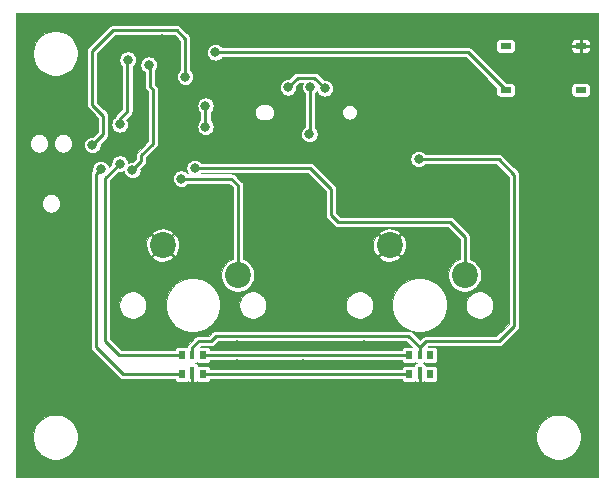
<source format=gbl>
G04 #@! TF.GenerationSoftware,KiCad,Pcbnew,(5.1.10)-1*
G04 #@! TF.CreationDate,2021-07-28T20:54:02-07:00*
G04 #@! TF.ProjectId,twokey,74776f6b-6579-42e6-9b69-6361645f7063,rev?*
G04 #@! TF.SameCoordinates,Original*
G04 #@! TF.FileFunction,Copper,L2,Bot*
G04 #@! TF.FilePolarity,Positive*
%FSLAX46Y46*%
G04 Gerber Fmt 4.6, Leading zero omitted, Abs format (unit mm)*
G04 Created by KiCad (PCBNEW (5.1.10)-1) date 2021-07-28 20:54:02*
%MOMM*%
%LPD*%
G01*
G04 APERTURE LIST*
G04 #@! TA.AperFunction,ComponentPad*
%ADD10O,0.800000X1.600000*%
G04 #@! TD*
G04 #@! TA.AperFunction,SMDPad,CuDef*
%ADD11R,0.600000X0.800000*%
G04 #@! TD*
G04 #@! TA.AperFunction,SMDPad,CuDef*
%ADD12R,0.400000X0.800000*%
G04 #@! TD*
G04 #@! TA.AperFunction,SMDPad,CuDef*
%ADD13R,0.400000X1.000000*%
G04 #@! TD*
G04 #@! TA.AperFunction,SMDPad,CuDef*
%ADD14R,0.952500X0.558800*%
G04 #@! TD*
G04 #@! TA.AperFunction,ComponentPad*
%ADD15C,2.200000*%
G04 #@! TD*
G04 #@! TA.AperFunction,ViaPad*
%ADD16C,0.800000*%
G04 #@! TD*
G04 #@! TA.AperFunction,Conductor*
%ADD17C,0.250000*%
G04 #@! TD*
G04 #@! TA.AperFunction,Conductor*
%ADD18C,0.100000*%
G04 #@! TD*
G04 #@! TA.AperFunction,Conductor*
%ADD19C,0.150000*%
G04 #@! TD*
G04 APERTURE END LIST*
D10*
X4490000Y18450000D03*
X-4490000Y18450000D03*
X-4130000Y12500000D03*
X4130000Y12500000D03*
D11*
X8650000Y-9300000D03*
D12*
X9550000Y-9300000D03*
D11*
X10450000Y-9300000D03*
X8650000Y-10900000D03*
D13*
X9550000Y-10800000D03*
D11*
X10450000Y-10900000D03*
X-8800000Y-10900000D03*
D13*
X-9700000Y-10800000D03*
D11*
X-10600000Y-10900000D03*
X-8800000Y-9300000D03*
D12*
X-9700000Y-9300000D03*
D11*
X-10600000Y-9300000D03*
D14*
X16818650Y13145800D03*
X16818650Y16854200D03*
X23181350Y16854200D03*
X23181350Y13145800D03*
D15*
X7000000Y0D03*
X13350000Y-2540000D03*
X-5850000Y-2540000D03*
X-12200000Y0D03*
D16*
X-11201400Y16383000D03*
X-13284200Y16357600D03*
X-12242800Y17449800D03*
X-12674600Y4851400D03*
X-11849100Y5588000D03*
X-3048000Y12268200D03*
X6819900Y9842500D03*
X7797800Y8915400D03*
X6858000Y8026400D03*
X2247900Y7493000D03*
X1460500Y6692900D03*
X647700Y7416800D03*
X4191000Y4368800D03*
X3314700Y5245100D03*
X4191000Y6184900D03*
X7861300Y4241800D03*
X8839200Y3314700D03*
X-9664700Y-11912600D03*
X9575800Y-11925300D03*
X-23317200Y6007100D03*
X-11798300Y13220700D03*
X-15989300Y9169400D03*
X-19024600Y9169400D03*
X-19075400Y5715000D03*
X-5295900Y13487400D03*
X-7264400Y13474700D03*
X-6273800Y12433300D03*
X-14236700Y14287500D03*
X-5943600Y-10096500D03*
X-317500Y-10096500D03*
X4914900Y-10121900D03*
X-5943600Y-8458200D03*
X-406400Y-8521700D03*
X4864100Y-8458200D03*
X3009900Y13258800D03*
X-3048000Y13550900D03*
X-14782800Y6350000D03*
X-13398500Y15265398D03*
X1498600Y13284200D03*
X-1600200Y13360400D03*
X9474200Y7289800D03*
X254000Y13385800D03*
X-8585202Y10032998D03*
X-8585200Y11811000D03*
X216649Y9399184D03*
X-9499600Y6527800D03*
X-10642600Y5638800D03*
X-17462500Y6451600D03*
X-15849600Y6908800D03*
X-18161000Y8483600D03*
X-10312400Y14274800D03*
X-15860407Y10221082D03*
X-15163800Y15697200D03*
X-7747000Y16332200D03*
D17*
X-13258800Y15125698D02*
X-13398500Y15265398D01*
X-13258800Y13411200D02*
X-13258800Y15125698D01*
X-13043600Y13196000D02*
X-13258800Y13411200D01*
X-13043600Y8597200D02*
X-13043600Y13196000D01*
X-14046200Y7123200D02*
X-14046200Y7594600D01*
X-14782800Y6386600D02*
X-14046200Y7123200D01*
X-14046200Y7594600D02*
X-13043600Y8597200D01*
X-14782800Y6350000D02*
X-14782800Y6386600D01*
X-1600200Y13360400D02*
X-787400Y14173200D01*
X609600Y14173200D02*
X1498600Y13284200D01*
X-787400Y14173200D02*
X609600Y14173200D01*
X9550000Y-8650000D02*
X9550000Y-9300000D01*
X17551400Y5969000D02*
X16230600Y7289800D01*
X16230600Y7289800D02*
X9474200Y7289800D01*
X17551400Y-6832600D02*
X17551400Y5969000D01*
X16230600Y-8153400D02*
X17551400Y-6832600D01*
X10046600Y-8153400D02*
X16230600Y-8153400D01*
X9550000Y-8650000D02*
X10046600Y-8153400D01*
X8570800Y-7670800D02*
X9550000Y-8650000D01*
X-7683500Y-7670800D02*
X8570800Y-7670800D01*
X-8115300Y-8102600D02*
X-7683500Y-7670800D01*
X-9152600Y-8102600D02*
X-8115300Y-8102600D01*
X-9700000Y-8650000D02*
X-9152600Y-8102600D01*
X-9700000Y-9300000D02*
X-9700000Y-8650000D01*
X-8636000Y10083796D02*
X-8585202Y10032998D01*
X-8585202Y11353798D02*
X-8585202Y10032998D01*
X-8585202Y11683998D02*
X-8585202Y11353798D01*
X-8585200Y11811000D02*
X-8585202Y11683998D01*
X254000Y9436535D02*
X216649Y9399184D01*
X254000Y13385800D02*
X254000Y9436535D01*
X13350000Y721600D02*
X13350000Y-2540000D01*
X2616200Y1955800D02*
X12115800Y1955800D01*
X12115800Y1955800D02*
X13350000Y721600D01*
X2057400Y2514600D02*
X2616200Y1955800D01*
X2057400Y4724400D02*
X2057400Y2514600D01*
X254000Y6527800D02*
X2057400Y4724400D01*
X-9499600Y6527800D02*
X254000Y6527800D01*
X-5850000Y-2540000D02*
X-5850000Y5062600D01*
X-6426200Y5638800D02*
X-10642600Y5638800D01*
X-5850000Y5062600D02*
X-6426200Y5638800D01*
X-8800000Y-10900000D02*
X8650000Y-10900000D01*
X-10600000Y-10900000D02*
X-15592200Y-10900000D01*
X-15592200Y-10900000D02*
X-17862499Y-8629701D01*
X-17862499Y-8629701D02*
X-17862499Y6051601D01*
X-17862499Y6051601D02*
X-17462500Y6451600D01*
X-8800000Y-9300000D02*
X8650000Y-9300000D01*
X-15849600Y6908800D02*
X-17068800Y5689600D01*
X-17068800Y5689600D02*
X-17068800Y-8128000D01*
X-15896800Y-9300000D02*
X-10600000Y-9300000D01*
X-17068800Y-8128000D02*
X-15896800Y-9300000D01*
X-11023600Y18186400D02*
X-10312400Y17475200D01*
X-18186400Y16433800D02*
X-16433800Y18186400D01*
X-16433800Y18186400D02*
X-11023600Y18186400D01*
X-18186400Y11887200D02*
X-18186400Y16433800D01*
X-17246600Y10947400D02*
X-18186400Y11887200D01*
X-17246600Y9398000D02*
X-17246600Y10947400D01*
X-10312400Y17475200D02*
X-10312400Y14274800D01*
X-18161000Y8483600D02*
X-17246600Y9398000D01*
X-15860407Y10221082D02*
X-15860407Y10657193D01*
X-15860407Y10657193D02*
X-15189200Y11328400D01*
X-15189200Y15671800D02*
X-15163800Y15697200D01*
X-15189200Y11328400D02*
X-15189200Y15671800D01*
X13632250Y16332200D02*
X16818650Y13145800D01*
X-7747000Y16332200D02*
X13632250Y16332200D01*
D18*
X24671000Y-19671000D02*
X-24671000Y-19671000D01*
X-24671000Y-16062472D01*
X-23204000Y-16062472D01*
X-23204000Y-16437528D01*
X-23130831Y-16805376D01*
X-22987303Y-17151882D01*
X-22778934Y-17463729D01*
X-22513729Y-17728934D01*
X-22201882Y-17937303D01*
X-21855376Y-18080831D01*
X-21487528Y-18154000D01*
X-21112472Y-18154000D01*
X-20744624Y-18080831D01*
X-20398118Y-17937303D01*
X-20086271Y-17728934D01*
X-19821066Y-17463729D01*
X-19612697Y-17151882D01*
X-19469169Y-16805376D01*
X-19396000Y-16437528D01*
X-19396000Y-16062472D01*
X19396000Y-16062472D01*
X19396000Y-16437528D01*
X19469169Y-16805376D01*
X19612697Y-17151882D01*
X19821066Y-17463729D01*
X20086271Y-17728934D01*
X20398118Y-17937303D01*
X20744624Y-18080831D01*
X21112472Y-18154000D01*
X21487528Y-18154000D01*
X21855376Y-18080831D01*
X22201882Y-17937303D01*
X22513729Y-17728934D01*
X22778934Y-17463729D01*
X22987303Y-17151882D01*
X23130831Y-16805376D01*
X23204000Y-16437528D01*
X23204000Y-16062472D01*
X23130831Y-15694624D01*
X22987303Y-15348118D01*
X22778934Y-15036271D01*
X22513729Y-14771066D01*
X22201882Y-14562697D01*
X21855376Y-14419169D01*
X21487528Y-14346000D01*
X21112472Y-14346000D01*
X20744624Y-14419169D01*
X20398118Y-14562697D01*
X20086271Y-14771066D01*
X19821066Y-15036271D01*
X19612697Y-15348118D01*
X19469169Y-15694624D01*
X19396000Y-16062472D01*
X-19396000Y-16062472D01*
X-19469169Y-15694624D01*
X-19612697Y-15348118D01*
X-19821066Y-15036271D01*
X-20086271Y-14771066D01*
X-20398118Y-14562697D01*
X-20744624Y-14419169D01*
X-21112472Y-14346000D01*
X-21487528Y-14346000D01*
X-21855376Y-14419169D01*
X-22201882Y-14562697D01*
X-22513729Y-14771066D01*
X-22778934Y-15036271D01*
X-22987303Y-15348118D01*
X-23130831Y-15694624D01*
X-23204000Y-16062472D01*
X-24671000Y-16062472D01*
X-24671000Y3609344D01*
X-22465700Y3609344D01*
X-22465700Y3451856D01*
X-22434975Y3297395D01*
X-22374707Y3151895D01*
X-22287212Y3020949D01*
X-22175851Y2909588D01*
X-22044905Y2822093D01*
X-21899405Y2761825D01*
X-21744944Y2731100D01*
X-21587456Y2731100D01*
X-21432995Y2761825D01*
X-21287495Y2822093D01*
X-21156549Y2909588D01*
X-21045188Y3020949D01*
X-20957693Y3151895D01*
X-20897425Y3297395D01*
X-20866700Y3451856D01*
X-20866700Y3609344D01*
X-20897425Y3763805D01*
X-20957693Y3909305D01*
X-21045188Y4040251D01*
X-21156549Y4151612D01*
X-21287495Y4239107D01*
X-21432995Y4299375D01*
X-21587456Y4330100D01*
X-21744944Y4330100D01*
X-21899405Y4299375D01*
X-22044905Y4239107D01*
X-22175851Y4151612D01*
X-22287212Y4040251D01*
X-22374707Y3909305D01*
X-22434975Y3763805D01*
X-22465700Y3609344D01*
X-24671000Y3609344D01*
X-24671000Y6051601D01*
X-18293573Y6051601D01*
X-18291498Y6030533D01*
X-18291499Y-8608643D01*
X-18293573Y-8629701D01*
X-18291499Y-8650759D01*
X-18291499Y-8650768D01*
X-18285291Y-8713799D01*
X-18260760Y-8794665D01*
X-18242216Y-8829358D01*
X-18220925Y-8869193D01*
X-18195642Y-8900000D01*
X-18167315Y-8934517D01*
X-18150948Y-8947949D01*
X-15910444Y-11188454D01*
X-15897016Y-11204816D01*
X-15880654Y-11218244D01*
X-15880652Y-11218246D01*
X-15831692Y-11258426D01*
X-15757165Y-11298261D01*
X-15676299Y-11322792D01*
X-15592200Y-11331075D01*
X-15571132Y-11329000D01*
X-11202614Y-11329000D01*
X-11199600Y-11359594D01*
X-11182217Y-11416898D01*
X-11153989Y-11469710D01*
X-11116000Y-11516000D01*
X-11069710Y-11553989D01*
X-11016898Y-11582217D01*
X-10959594Y-11599600D01*
X-10900000Y-11605470D01*
X-10300000Y-11605470D01*
X-10240406Y-11599600D01*
X-10183102Y-11582217D01*
X-10130290Y-11553989D01*
X-10100001Y-11529132D01*
X-10069711Y-11553990D01*
X-10016899Y-11582218D01*
X-9959594Y-11599601D01*
X-9900000Y-11605471D01*
X-9853000Y-11604000D01*
X-9777000Y-11528000D01*
X-9777000Y-10877000D01*
X-9797000Y-10877000D01*
X-9797000Y-10723000D01*
X-9777000Y-10723000D01*
X-9777000Y-10703000D01*
X-9623000Y-10703000D01*
X-9623000Y-10723000D01*
X-9603000Y-10723000D01*
X-9603000Y-10877000D01*
X-9623000Y-10877000D01*
X-9623000Y-11528000D01*
X-9547000Y-11604000D01*
X-9500000Y-11605471D01*
X-9440406Y-11599601D01*
X-9383101Y-11582218D01*
X-9330289Y-11553990D01*
X-9299999Y-11529132D01*
X-9269710Y-11553989D01*
X-9216898Y-11582217D01*
X-9159594Y-11599600D01*
X-9100000Y-11605470D01*
X-8500000Y-11605470D01*
X-8440406Y-11599600D01*
X-8383102Y-11582217D01*
X-8330290Y-11553989D01*
X-8284000Y-11516000D01*
X-8246011Y-11469710D01*
X-8217783Y-11416898D01*
X-8200400Y-11359594D01*
X-8197386Y-11329000D01*
X8047386Y-11329000D01*
X8050400Y-11359594D01*
X8067783Y-11416898D01*
X8096011Y-11469710D01*
X8134000Y-11516000D01*
X8180290Y-11553989D01*
X8233102Y-11582217D01*
X8290406Y-11599600D01*
X8350000Y-11605470D01*
X8950000Y-11605470D01*
X9009594Y-11599600D01*
X9066898Y-11582217D01*
X9119710Y-11553989D01*
X9149999Y-11529132D01*
X9180289Y-11553990D01*
X9233101Y-11582218D01*
X9290406Y-11599601D01*
X9350000Y-11605471D01*
X9397000Y-11604000D01*
X9473000Y-11528000D01*
X9473000Y-10877000D01*
X9453000Y-10877000D01*
X9453000Y-10723000D01*
X9473000Y-10723000D01*
X9473000Y-10703000D01*
X9627000Y-10703000D01*
X9627000Y-10723000D01*
X9647000Y-10723000D01*
X9647000Y-10877000D01*
X9627000Y-10877000D01*
X9627000Y-11528000D01*
X9703000Y-11604000D01*
X9750000Y-11605471D01*
X9809594Y-11599601D01*
X9866899Y-11582218D01*
X9919711Y-11553990D01*
X9950001Y-11529132D01*
X9980290Y-11553989D01*
X10033102Y-11582217D01*
X10090406Y-11599600D01*
X10150000Y-11605470D01*
X10750000Y-11605470D01*
X10809594Y-11599600D01*
X10866898Y-11582217D01*
X10919710Y-11553989D01*
X10966000Y-11516000D01*
X11003989Y-11469710D01*
X11032217Y-11416898D01*
X11049600Y-11359594D01*
X11055470Y-11300000D01*
X11055470Y-10500000D01*
X11049600Y-10440406D01*
X11032217Y-10383102D01*
X11003989Y-10330290D01*
X10966000Y-10284000D01*
X10919710Y-10246011D01*
X10866898Y-10217783D01*
X10809594Y-10200400D01*
X10750000Y-10194530D01*
X10150000Y-10194530D01*
X10090406Y-10200400D01*
X10041926Y-10215106D01*
X10032218Y-10183101D01*
X10003990Y-10130289D01*
X9966001Y-10083999D01*
X9919711Y-10046010D01*
X9866899Y-10017782D01*
X9809594Y-10000399D01*
X9805538Y-10000000D01*
X9809594Y-9999600D01*
X9866898Y-9982217D01*
X9919710Y-9953989D01*
X9950000Y-9929131D01*
X9980290Y-9953989D01*
X10033102Y-9982217D01*
X10090406Y-9999600D01*
X10150000Y-10005470D01*
X10750000Y-10005470D01*
X10809594Y-9999600D01*
X10866898Y-9982217D01*
X10919710Y-9953989D01*
X10966000Y-9916000D01*
X11003989Y-9869710D01*
X11032217Y-9816898D01*
X11049600Y-9759594D01*
X11055470Y-9700000D01*
X11055470Y-8900000D01*
X11049600Y-8840406D01*
X11032217Y-8783102D01*
X11003989Y-8730290D01*
X10966000Y-8684000D01*
X10919710Y-8646011D01*
X10866898Y-8617783D01*
X10809594Y-8600400D01*
X10750000Y-8594530D01*
X10212167Y-8594530D01*
X10224297Y-8582400D01*
X16209542Y-8582400D01*
X16230600Y-8584474D01*
X16251658Y-8582400D01*
X16251668Y-8582400D01*
X16314699Y-8576192D01*
X16395565Y-8551661D01*
X16470092Y-8511826D01*
X16535416Y-8458216D01*
X16548848Y-8441849D01*
X17839850Y-7150847D01*
X17856216Y-7137416D01*
X17909826Y-7072092D01*
X17949661Y-6997565D01*
X17974192Y-6916699D01*
X17980400Y-6853668D01*
X17980400Y-6853659D01*
X17982474Y-6832601D01*
X17980400Y-6811543D01*
X17980400Y5947943D01*
X17982474Y5969001D01*
X17980400Y5990059D01*
X17980400Y5990068D01*
X17974192Y6053099D01*
X17949661Y6133965D01*
X17909826Y6208492D01*
X17856216Y6273816D01*
X17839849Y6287248D01*
X16548848Y7578249D01*
X16535416Y7594616D01*
X16470092Y7648226D01*
X16395565Y7688061D01*
X16314699Y7712592D01*
X16251668Y7718800D01*
X16251658Y7718800D01*
X16230600Y7720874D01*
X16209542Y7718800D01*
X10034245Y7718800D01*
X10021032Y7738574D01*
X9922974Y7836632D01*
X9807669Y7913676D01*
X9679549Y7966745D01*
X9543538Y7993800D01*
X9404862Y7993800D01*
X9268851Y7966745D01*
X9140731Y7913676D01*
X9025426Y7836632D01*
X8927368Y7738574D01*
X8850324Y7623269D01*
X8797255Y7495149D01*
X8770200Y7359138D01*
X8770200Y7220462D01*
X8797255Y7084451D01*
X8850324Y6956331D01*
X8927368Y6841026D01*
X9025426Y6742968D01*
X9140731Y6665924D01*
X9268851Y6612855D01*
X9404862Y6585800D01*
X9543538Y6585800D01*
X9679549Y6612855D01*
X9807669Y6665924D01*
X9922974Y6742968D01*
X10021032Y6841026D01*
X10034245Y6860800D01*
X16052903Y6860800D01*
X17122401Y5791302D01*
X17122400Y-6654903D01*
X16052903Y-7724400D01*
X10067657Y-7724400D01*
X10046599Y-7722326D01*
X10025541Y-7724400D01*
X10025532Y-7724400D01*
X9962501Y-7730608D01*
X9881635Y-7755139D01*
X9807108Y-7794974D01*
X9741784Y-7848584D01*
X9728354Y-7864949D01*
X9550000Y-8043303D01*
X8889048Y-7382351D01*
X8875616Y-7365984D01*
X8810292Y-7312374D01*
X8735765Y-7272539D01*
X8654899Y-7248008D01*
X8591868Y-7241800D01*
X8591858Y-7241800D01*
X8570800Y-7239726D01*
X8549742Y-7241800D01*
X-7662443Y-7241800D01*
X-7683501Y-7239726D01*
X-7704559Y-7241800D01*
X-7704568Y-7241800D01*
X-7767599Y-7248008D01*
X-7848465Y-7272539D01*
X-7922992Y-7312374D01*
X-7988316Y-7365984D01*
X-8001748Y-7382351D01*
X-8292997Y-7673600D01*
X-9131532Y-7673600D01*
X-9152600Y-7671525D01*
X-9236699Y-7679808D01*
X-9317565Y-7704339D01*
X-9392092Y-7744174D01*
X-9441052Y-7784354D01*
X-9441054Y-7784356D01*
X-9457416Y-7797784D01*
X-9470844Y-7814146D01*
X-9988454Y-8331757D01*
X-10004815Y-8345184D01*
X-10018243Y-8361546D01*
X-10018246Y-8361549D01*
X-10058426Y-8410508D01*
X-10098260Y-8485035D01*
X-10122791Y-8565901D01*
X-10130662Y-8645812D01*
X-10183102Y-8617783D01*
X-10240406Y-8600400D01*
X-10300000Y-8594530D01*
X-10900000Y-8594530D01*
X-10959594Y-8600400D01*
X-11016898Y-8617783D01*
X-11069710Y-8646011D01*
X-11116000Y-8684000D01*
X-11153989Y-8730290D01*
X-11182217Y-8783102D01*
X-11199600Y-8840406D01*
X-11202614Y-8871000D01*
X-15719103Y-8871000D01*
X-16639800Y-7950303D01*
X-16639800Y-4966341D01*
X-15894000Y-4966341D01*
X-15894000Y-5193659D01*
X-15849653Y-5416609D01*
X-15762662Y-5626624D01*
X-15636371Y-5815632D01*
X-15475632Y-5976371D01*
X-15286624Y-6102662D01*
X-15076609Y-6189653D01*
X-14853659Y-6234000D01*
X-14626341Y-6234000D01*
X-14403391Y-6189653D01*
X-14193376Y-6102662D01*
X-14004368Y-5976371D01*
X-13843629Y-5815632D01*
X-13717338Y-5626624D01*
X-13630347Y-5416609D01*
X-13586000Y-5193659D01*
X-13586000Y-4966341D01*
X-13608529Y-4853076D01*
X-11964000Y-4853076D01*
X-11964000Y-5306924D01*
X-11875459Y-5752052D01*
X-11701778Y-6171353D01*
X-11449634Y-6548714D01*
X-11128714Y-6869634D01*
X-10751353Y-7121778D01*
X-10332052Y-7295459D01*
X-9886924Y-7384000D01*
X-9433076Y-7384000D01*
X-8987948Y-7295459D01*
X-8568647Y-7121778D01*
X-8191286Y-6869634D01*
X-7870366Y-6548714D01*
X-7618222Y-6171353D01*
X-7444541Y-5752052D01*
X-7356000Y-5306924D01*
X-7356000Y-4966341D01*
X-5734000Y-4966341D01*
X-5734000Y-5193659D01*
X-5689653Y-5416609D01*
X-5602662Y-5626624D01*
X-5476371Y-5815632D01*
X-5315632Y-5976371D01*
X-5126624Y-6102662D01*
X-4916609Y-6189653D01*
X-4693659Y-6234000D01*
X-4466341Y-6234000D01*
X-4243391Y-6189653D01*
X-4033376Y-6102662D01*
X-3844368Y-5976371D01*
X-3683629Y-5815632D01*
X-3557338Y-5626624D01*
X-3470347Y-5416609D01*
X-3426000Y-5193659D01*
X-3426000Y-4966341D01*
X3306000Y-4966341D01*
X3306000Y-5193659D01*
X3350347Y-5416609D01*
X3437338Y-5626624D01*
X3563629Y-5815632D01*
X3724368Y-5976371D01*
X3913376Y-6102662D01*
X4123391Y-6189653D01*
X4346341Y-6234000D01*
X4573659Y-6234000D01*
X4796609Y-6189653D01*
X5006624Y-6102662D01*
X5195632Y-5976371D01*
X5356371Y-5815632D01*
X5482662Y-5626624D01*
X5569653Y-5416609D01*
X5614000Y-5193659D01*
X5614000Y-4966341D01*
X5591471Y-4853076D01*
X7236000Y-4853076D01*
X7236000Y-5306924D01*
X7324541Y-5752052D01*
X7498222Y-6171353D01*
X7750366Y-6548714D01*
X8071286Y-6869634D01*
X8448647Y-7121778D01*
X8867948Y-7295459D01*
X9313076Y-7384000D01*
X9766924Y-7384000D01*
X10212052Y-7295459D01*
X10631353Y-7121778D01*
X11008714Y-6869634D01*
X11329634Y-6548714D01*
X11581778Y-6171353D01*
X11755459Y-5752052D01*
X11844000Y-5306924D01*
X11844000Y-4966341D01*
X13466000Y-4966341D01*
X13466000Y-5193659D01*
X13510347Y-5416609D01*
X13597338Y-5626624D01*
X13723629Y-5815632D01*
X13884368Y-5976371D01*
X14073376Y-6102662D01*
X14283391Y-6189653D01*
X14506341Y-6234000D01*
X14733659Y-6234000D01*
X14956609Y-6189653D01*
X15166624Y-6102662D01*
X15355632Y-5976371D01*
X15516371Y-5815632D01*
X15642662Y-5626624D01*
X15729653Y-5416609D01*
X15774000Y-5193659D01*
X15774000Y-4966341D01*
X15729653Y-4743391D01*
X15642662Y-4533376D01*
X15516371Y-4344368D01*
X15355632Y-4183629D01*
X15166624Y-4057338D01*
X14956609Y-3970347D01*
X14733659Y-3926000D01*
X14506341Y-3926000D01*
X14283391Y-3970347D01*
X14073376Y-4057338D01*
X13884368Y-4183629D01*
X13723629Y-4344368D01*
X13597338Y-4533376D01*
X13510347Y-4743391D01*
X13466000Y-4966341D01*
X11844000Y-4966341D01*
X11844000Y-4853076D01*
X11755459Y-4407948D01*
X11581778Y-3988647D01*
X11329634Y-3611286D01*
X11008714Y-3290366D01*
X10631353Y-3038222D01*
X10212052Y-2864541D01*
X9766924Y-2776000D01*
X9313076Y-2776000D01*
X8867948Y-2864541D01*
X8448647Y-3038222D01*
X8071286Y-3290366D01*
X7750366Y-3611286D01*
X7498222Y-3988647D01*
X7324541Y-4407948D01*
X7236000Y-4853076D01*
X5591471Y-4853076D01*
X5569653Y-4743391D01*
X5482662Y-4533376D01*
X5356371Y-4344368D01*
X5195632Y-4183629D01*
X5006624Y-4057338D01*
X4796609Y-3970347D01*
X4573659Y-3926000D01*
X4346341Y-3926000D01*
X4123391Y-3970347D01*
X3913376Y-4057338D01*
X3724368Y-4183629D01*
X3563629Y-4344368D01*
X3437338Y-4533376D01*
X3350347Y-4743391D01*
X3306000Y-4966341D01*
X-3426000Y-4966341D01*
X-3470347Y-4743391D01*
X-3557338Y-4533376D01*
X-3683629Y-4344368D01*
X-3844368Y-4183629D01*
X-4033376Y-4057338D01*
X-4243391Y-3970347D01*
X-4466341Y-3926000D01*
X-4693659Y-3926000D01*
X-4916609Y-3970347D01*
X-5126624Y-4057338D01*
X-5315632Y-4183629D01*
X-5476371Y-4344368D01*
X-5602662Y-4533376D01*
X-5689653Y-4743391D01*
X-5734000Y-4966341D01*
X-7356000Y-4966341D01*
X-7356000Y-4853076D01*
X-7444541Y-4407948D01*
X-7618222Y-3988647D01*
X-7870366Y-3611286D01*
X-8191286Y-3290366D01*
X-8568647Y-3038222D01*
X-8987948Y-2864541D01*
X-9433076Y-2776000D01*
X-9886924Y-2776000D01*
X-10332052Y-2864541D01*
X-10751353Y-3038222D01*
X-11128714Y-3290366D01*
X-11449634Y-3611286D01*
X-11701778Y-3988647D01*
X-11875459Y-4407948D01*
X-11964000Y-4853076D01*
X-13608529Y-4853076D01*
X-13630347Y-4743391D01*
X-13717338Y-4533376D01*
X-13843629Y-4344368D01*
X-14004368Y-4183629D01*
X-14193376Y-4057338D01*
X-14403391Y-3970347D01*
X-14626341Y-3926000D01*
X-14853659Y-3926000D01*
X-15076609Y-3970347D01*
X-15286624Y-4057338D01*
X-15475632Y-4183629D01*
X-15636371Y-4344368D01*
X-15762662Y-4533376D01*
X-15849653Y-4743391D01*
X-15894000Y-4966341D01*
X-16639800Y-4966341D01*
X-16639800Y-996717D01*
X-13087822Y-996717D01*
X-12965712Y-1184914D01*
X-12719834Y-1311529D01*
X-12453979Y-1387742D01*
X-12178363Y-1410626D01*
X-11903579Y-1379301D01*
X-11640187Y-1294969D01*
X-11434288Y-1184914D01*
X-11312178Y-996717D01*
X-12200000Y-108894D01*
X-13087822Y-996717D01*
X-16639800Y-996717D01*
X-16639800Y-21637D01*
X-13610626Y-21637D01*
X-13579301Y-296421D01*
X-13494969Y-559813D01*
X-13384914Y-765712D01*
X-13196717Y-887822D01*
X-12308894Y0D01*
X-12091106Y0D01*
X-11203283Y-887822D01*
X-11015086Y-765712D01*
X-10888471Y-519834D01*
X-10812258Y-253979D01*
X-10789374Y21637D01*
X-10820699Y296421D01*
X-10905031Y559813D01*
X-11015086Y765712D01*
X-11203283Y887822D01*
X-12091106Y0D01*
X-12308894Y0D01*
X-13196717Y887822D01*
X-13384914Y765712D01*
X-13511529Y519834D01*
X-13587742Y253979D01*
X-13610626Y-21637D01*
X-16639800Y-21637D01*
X-16639800Y996717D01*
X-13087822Y996717D01*
X-12200000Y108894D01*
X-11312178Y996717D01*
X-11434288Y1184914D01*
X-11680166Y1311529D01*
X-11946021Y1387742D01*
X-12221637Y1410626D01*
X-12496421Y1379301D01*
X-12759813Y1294969D01*
X-12965712Y1184914D01*
X-13087822Y996717D01*
X-16639800Y996717D01*
X-16639800Y5511903D01*
X-15942263Y6209440D01*
X-15918938Y6204800D01*
X-15780262Y6204800D01*
X-15644251Y6231855D01*
X-15516131Y6284924D01*
X-15486800Y6304522D01*
X-15486800Y6280662D01*
X-15459745Y6144651D01*
X-15406676Y6016531D01*
X-15329632Y5901226D01*
X-15231574Y5803168D01*
X-15116269Y5726124D01*
X-14988149Y5673055D01*
X-14852138Y5646000D01*
X-14713462Y5646000D01*
X-14577451Y5673055D01*
X-14492754Y5708138D01*
X-11346600Y5708138D01*
X-11346600Y5569462D01*
X-11319545Y5433451D01*
X-11266476Y5305331D01*
X-11189432Y5190026D01*
X-11091374Y5091968D01*
X-10976069Y5014924D01*
X-10847949Y4961855D01*
X-10711938Y4934800D01*
X-10573262Y4934800D01*
X-10437251Y4961855D01*
X-10309131Y5014924D01*
X-10193826Y5091968D01*
X-10095768Y5190026D01*
X-10082555Y5209800D01*
X-6603897Y5209800D01*
X-6278999Y4884901D01*
X-6279000Y-1198019D01*
X-6515043Y-1295792D01*
X-6744998Y-1449442D01*
X-6940558Y-1645002D01*
X-7094208Y-1874957D01*
X-7200045Y-2130468D01*
X-7254000Y-2401718D01*
X-7254000Y-2678282D01*
X-7200045Y-2949532D01*
X-7094208Y-3205043D01*
X-6940558Y-3434998D01*
X-6744998Y-3630558D01*
X-6515043Y-3784208D01*
X-6259532Y-3890045D01*
X-5988282Y-3944000D01*
X-5711718Y-3944000D01*
X-5440468Y-3890045D01*
X-5184957Y-3784208D01*
X-4955002Y-3630558D01*
X-4759442Y-3434998D01*
X-4605792Y-3205043D01*
X-4499955Y-2949532D01*
X-4446000Y-2678282D01*
X-4446000Y-2401718D01*
X-4499955Y-2130468D01*
X-4605792Y-1874957D01*
X-4759442Y-1645002D01*
X-4955002Y-1449442D01*
X-5184957Y-1295792D01*
X-5421000Y-1198019D01*
X-5421000Y-996717D01*
X6112178Y-996717D01*
X6234288Y-1184914D01*
X6480166Y-1311529D01*
X6746021Y-1387742D01*
X7021637Y-1410626D01*
X7296421Y-1379301D01*
X7559813Y-1294969D01*
X7765712Y-1184914D01*
X7887822Y-996717D01*
X7000000Y-108894D01*
X6112178Y-996717D01*
X-5421000Y-996717D01*
X-5421000Y-21637D01*
X5589374Y-21637D01*
X5620699Y-296421D01*
X5705031Y-559813D01*
X5815086Y-765712D01*
X6003283Y-887822D01*
X6891106Y0D01*
X7108894Y0D01*
X7996717Y-887822D01*
X8184914Y-765712D01*
X8311529Y-519834D01*
X8387742Y-253979D01*
X8410626Y21637D01*
X8379301Y296421D01*
X8294969Y559813D01*
X8184914Y765712D01*
X7996717Y887822D01*
X7108894Y0D01*
X6891106Y0D01*
X6003283Y887822D01*
X5815086Y765712D01*
X5688471Y519834D01*
X5612258Y253979D01*
X5589374Y-21637D01*
X-5421000Y-21637D01*
X-5421000Y996717D01*
X6112178Y996717D01*
X7000000Y108894D01*
X7887822Y996717D01*
X7765712Y1184914D01*
X7519834Y1311529D01*
X7253979Y1387742D01*
X6978363Y1410626D01*
X6703579Y1379301D01*
X6440187Y1294969D01*
X6234288Y1184914D01*
X6112178Y996717D01*
X-5421000Y996717D01*
X-5421000Y5041535D01*
X-5418925Y5062600D01*
X-5421000Y5083668D01*
X-5427208Y5146699D01*
X-5451739Y5227565D01*
X-5451739Y5227566D01*
X-5491574Y5302093D01*
X-5531754Y5351052D01*
X-5531756Y5351054D01*
X-5545184Y5367416D01*
X-5561546Y5380844D01*
X-6107952Y5927249D01*
X-6121384Y5943616D01*
X-6186708Y5997226D01*
X-6261235Y6037061D01*
X-6342101Y6061592D01*
X-6405132Y6067800D01*
X-6405142Y6067800D01*
X-6426200Y6069874D01*
X-6447258Y6067800D01*
X-8963994Y6067800D01*
X-8952768Y6079026D01*
X-8939555Y6098800D01*
X76303Y6098800D01*
X1628400Y4546702D01*
X1628401Y2535668D01*
X1626326Y2514600D01*
X1634609Y2430501D01*
X1659140Y2349635D01*
X1698974Y2275108D01*
X1739154Y2226149D01*
X1739157Y2226146D01*
X1752585Y2209784D01*
X1768946Y2196357D01*
X2297956Y1667346D01*
X2311384Y1650984D01*
X2327746Y1637556D01*
X2327748Y1637554D01*
X2376708Y1597374D01*
X2451235Y1557539D01*
X2532101Y1533008D01*
X2616200Y1524725D01*
X2637268Y1526800D01*
X11938103Y1526800D01*
X12921000Y543903D01*
X12921001Y-1198019D01*
X12684957Y-1295792D01*
X12455002Y-1449442D01*
X12259442Y-1645002D01*
X12105792Y-1874957D01*
X11999955Y-2130468D01*
X11946000Y-2401718D01*
X11946000Y-2678282D01*
X11999955Y-2949532D01*
X12105792Y-3205043D01*
X12259442Y-3434998D01*
X12455002Y-3630558D01*
X12684957Y-3784208D01*
X12940468Y-3890045D01*
X13211718Y-3944000D01*
X13488282Y-3944000D01*
X13759532Y-3890045D01*
X14015043Y-3784208D01*
X14244998Y-3630558D01*
X14440558Y-3434998D01*
X14594208Y-3205043D01*
X14700045Y-2949532D01*
X14754000Y-2678282D01*
X14754000Y-2401718D01*
X14700045Y-2130468D01*
X14594208Y-1874957D01*
X14440558Y-1645002D01*
X14244998Y-1449442D01*
X14015043Y-1295792D01*
X13779000Y-1198019D01*
X13779000Y700543D01*
X13781074Y721601D01*
X13779000Y742659D01*
X13779000Y742668D01*
X13772792Y805699D01*
X13748261Y886565D01*
X13708426Y961092D01*
X13654816Y1026416D01*
X13638450Y1039847D01*
X12434048Y2244249D01*
X12420616Y2260616D01*
X12355292Y2314226D01*
X12280765Y2354061D01*
X12199899Y2378592D01*
X12136868Y2384800D01*
X12136858Y2384800D01*
X12115800Y2386874D01*
X12094742Y2384800D01*
X2793898Y2384800D01*
X2486400Y2692297D01*
X2486400Y4703332D01*
X2488475Y4724400D01*
X2480192Y4808499D01*
X2455661Y4889365D01*
X2415826Y4963892D01*
X2375646Y5012852D01*
X2375644Y5012854D01*
X2362216Y5029216D01*
X2345855Y5042643D01*
X572248Y6816249D01*
X558816Y6832616D01*
X493492Y6886226D01*
X418965Y6926061D01*
X338099Y6950592D01*
X275068Y6956800D01*
X275058Y6956800D01*
X254000Y6958874D01*
X232942Y6956800D01*
X-8939555Y6956800D01*
X-8952768Y6976574D01*
X-9050826Y7074632D01*
X-9166131Y7151676D01*
X-9294251Y7204745D01*
X-9430262Y7231800D01*
X-9568938Y7231800D01*
X-9704949Y7204745D01*
X-9833069Y7151676D01*
X-9948374Y7074632D01*
X-10046432Y6976574D01*
X-10123476Y6861269D01*
X-10176545Y6733149D01*
X-10203600Y6597138D01*
X-10203600Y6458462D01*
X-10176545Y6322451D01*
X-10123476Y6194331D01*
X-10046432Y6079026D01*
X-10035206Y6067800D01*
X-10082555Y6067800D01*
X-10095768Y6087574D01*
X-10193826Y6185632D01*
X-10309131Y6262676D01*
X-10437251Y6315745D01*
X-10573262Y6342800D01*
X-10711938Y6342800D01*
X-10847949Y6315745D01*
X-10976069Y6262676D01*
X-11091374Y6185632D01*
X-11189432Y6087574D01*
X-11266476Y5972269D01*
X-11319545Y5844149D01*
X-11346600Y5708138D01*
X-14492754Y5708138D01*
X-14449331Y5726124D01*
X-14334026Y5803168D01*
X-14235968Y5901226D01*
X-14158924Y6016531D01*
X-14105855Y6144651D01*
X-14078800Y6280662D01*
X-14078800Y6419338D01*
X-14089512Y6473190D01*
X-13757745Y6804957D01*
X-13741384Y6818384D01*
X-13724085Y6839462D01*
X-13687774Y6883708D01*
X-13647939Y6958235D01*
X-13623408Y7039101D01*
X-13615125Y7123200D01*
X-13617200Y7144268D01*
X-13617200Y7416903D01*
X-12755145Y8278957D01*
X-12738784Y8292384D01*
X-12685174Y8357708D01*
X-12645339Y8432235D01*
X-12620808Y8513101D01*
X-12614600Y8576132D01*
X-12614600Y8576133D01*
X-12612525Y8597200D01*
X-12614600Y8618268D01*
X-12614600Y10102336D01*
X-9289202Y10102336D01*
X-9289202Y9963660D01*
X-9262147Y9827649D01*
X-9209078Y9699529D01*
X-9132034Y9584224D01*
X-9033976Y9486166D01*
X-8918671Y9409122D01*
X-8790551Y9356053D01*
X-8654540Y9328998D01*
X-8515864Y9328998D01*
X-8379853Y9356053D01*
X-8251733Y9409122D01*
X-8136428Y9486166D01*
X-8038370Y9584224D01*
X-7961326Y9699529D01*
X-7908257Y9827649D01*
X-7881202Y9963660D01*
X-7881202Y10102336D01*
X-7908257Y10238347D01*
X-7961326Y10366467D01*
X-8038370Y10481772D01*
X-8136428Y10579830D01*
X-8156202Y10593043D01*
X-8156202Y11250954D01*
X-8136426Y11264168D01*
X-8120778Y11279816D01*
X-4427535Y11279816D01*
X-4427311Y11247699D01*
X-4427535Y11215648D01*
X-4427053Y11210728D01*
X-4420423Y11147648D01*
X-4413964Y11116184D01*
X-4407960Y11084705D01*
X-4406532Y11079973D01*
X-4387776Y11019380D01*
X-4375336Y10989787D01*
X-4363320Y10960047D01*
X-4361000Y10955683D01*
X-4330831Y10899888D01*
X-4312885Y10873283D01*
X-4295321Y10846443D01*
X-4292197Y10842612D01*
X-4251766Y10793740D01*
X-4228976Y10771108D01*
X-4206553Y10748211D01*
X-4202750Y10745065D01*
X-4202743Y10745058D01*
X-4202735Y10745053D01*
X-4153590Y10704971D01*
X-4126884Y10687228D01*
X-4100394Y10669089D01*
X-4096046Y10666738D01*
X-4040041Y10636960D01*
X-4010368Y10624729D01*
X-3980887Y10612094D01*
X-3976165Y10610632D01*
X-3915443Y10592299D01*
X-3883959Y10586065D01*
X-3852589Y10579397D01*
X-3847673Y10578880D01*
X-3784547Y10572690D01*
X-3784541Y10572690D01*
X-3767382Y10571000D01*
X-3432618Y10571000D01*
X-3415134Y10572722D01*
X-3410920Y10572722D01*
X-3406004Y10573238D01*
X-3342971Y10580308D01*
X-3311569Y10586983D01*
X-3280112Y10593211D01*
X-3275390Y10594672D01*
X-3214930Y10613851D01*
X-3185375Y10626518D01*
X-3155777Y10638718D01*
X-3151428Y10641068D01*
X-3095845Y10671626D01*
X-3069360Y10689760D01*
X-3042651Y10707505D01*
X-3038842Y10710656D01*
X-3038839Y10710658D01*
X-3038836Y10710661D01*
X-2990252Y10751427D01*
X-2967773Y10774381D01*
X-2945032Y10796965D01*
X-2941907Y10800795D01*
X-2902163Y10850228D01*
X-2884587Y10877088D01*
X-2866658Y10903668D01*
X-2864337Y10908033D01*
X-2834950Y10964243D01*
X-2822923Y10994010D01*
X-2810496Y11023575D01*
X-2809067Y11028307D01*
X-2791159Y11089155D01*
X-2785146Y11120681D01*
X-2778697Y11152096D01*
X-2778214Y11157016D01*
X-2772465Y11220184D01*
X-2772689Y11252302D01*
X-2772465Y11284353D01*
X-2772947Y11289272D01*
X-2779577Y11352353D01*
X-2786036Y11383818D01*
X-2792040Y11415295D01*
X-2793469Y11420028D01*
X-2793469Y11420030D01*
X-2793471Y11420036D01*
X-2812224Y11480620D01*
X-2824669Y11510225D01*
X-2836680Y11539953D01*
X-2839000Y11544317D01*
X-2869169Y11600112D01*
X-2887115Y11626717D01*
X-2904679Y11653557D01*
X-2907803Y11657388D01*
X-2948234Y11706260D01*
X-2971008Y11728875D01*
X-2993447Y11751789D01*
X-2997256Y11754940D01*
X-3046410Y11795029D01*
X-3073126Y11812779D01*
X-3099606Y11830910D01*
X-3103954Y11833262D01*
X-3159958Y11863040D01*
X-3189657Y11875281D01*
X-3219113Y11887906D01*
X-3223831Y11889367D01*
X-3223837Y11889369D01*
X-3284557Y11907701D01*
X-3316041Y11913935D01*
X-3347411Y11920603D01*
X-3352327Y11921120D01*
X-3415453Y11927310D01*
X-3415459Y11927310D01*
X-3432618Y11929000D01*
X-3767382Y11929000D01*
X-3784866Y11927278D01*
X-3789081Y11927278D01*
X-3793997Y11926762D01*
X-3857029Y11919692D01*
X-3888431Y11913017D01*
X-3919888Y11906789D01*
X-3924610Y11905328D01*
X-3985070Y11886149D01*
X-4014625Y11873482D01*
X-4044223Y11861282D01*
X-4048567Y11858934D01*
X-4048572Y11858932D01*
X-4048576Y11858929D01*
X-4104155Y11828375D01*
X-4130677Y11810215D01*
X-4157349Y11792494D01*
X-4161158Y11789344D01*
X-4161161Y11789342D01*
X-4161164Y11789339D01*
X-4209748Y11748573D01*
X-4232210Y11725635D01*
X-4254968Y11703035D01*
X-4258093Y11699205D01*
X-4297837Y11649772D01*
X-4315410Y11622917D01*
X-4333342Y11596331D01*
X-4335663Y11591967D01*
X-4365050Y11535756D01*
X-4377066Y11506017D01*
X-4389504Y11476426D01*
X-4390933Y11471694D01*
X-4408841Y11410845D01*
X-4414854Y11379319D01*
X-4421303Y11347904D01*
X-4421786Y11342984D01*
X-4427535Y11279816D01*
X-8120778Y11279816D01*
X-8038368Y11362226D01*
X-7961324Y11477531D01*
X-7908255Y11605651D01*
X-7881200Y11741662D01*
X-7881200Y11880338D01*
X-7908255Y12016349D01*
X-7961324Y12144469D01*
X-8038368Y12259774D01*
X-8136426Y12357832D01*
X-8251731Y12434876D01*
X-8379851Y12487945D01*
X-8515862Y12515000D01*
X-8654538Y12515000D01*
X-8790549Y12487945D01*
X-8918669Y12434876D01*
X-9033974Y12357832D01*
X-9132032Y12259774D01*
X-9209076Y12144469D01*
X-9262145Y12016349D01*
X-9289200Y11880338D01*
X-9289200Y11741662D01*
X-9262145Y11605651D01*
X-9209076Y11477531D01*
X-9132032Y11362226D01*
X-9033974Y11264168D01*
X-9014202Y11250957D01*
X-9014201Y10593043D01*
X-9033976Y10579830D01*
X-9132034Y10481772D01*
X-9209078Y10366467D01*
X-9262147Y10238347D01*
X-9289202Y10102336D01*
X-12614600Y10102336D01*
X-12614600Y13174932D01*
X-12612525Y13196000D01*
X-12620808Y13280099D01*
X-12645339Y13360966D01*
X-12679673Y13425200D01*
X-12682098Y13429738D01*
X-2304200Y13429738D01*
X-2304200Y13291062D01*
X-2277145Y13155051D01*
X-2224076Y13026931D01*
X-2147032Y12911626D01*
X-2048974Y12813568D01*
X-1933669Y12736524D01*
X-1805549Y12683455D01*
X-1669538Y12656400D01*
X-1530862Y12656400D01*
X-1394851Y12683455D01*
X-1266731Y12736524D01*
X-1151426Y12813568D01*
X-1053368Y12911626D01*
X-976324Y13026931D01*
X-923255Y13155051D01*
X-896200Y13291062D01*
X-896200Y13429738D01*
X-900840Y13453063D01*
X-609702Y13744200D01*
X-353218Y13744200D01*
X-369876Y13719269D01*
X-422945Y13591149D01*
X-450000Y13455138D01*
X-450000Y13316462D01*
X-422945Y13180451D01*
X-369876Y13052331D01*
X-292832Y12937026D01*
X-194774Y12838968D01*
X-175000Y12825755D01*
X-174999Y9984186D01*
X-232125Y9946016D01*
X-330183Y9847958D01*
X-407227Y9732653D01*
X-460296Y9604533D01*
X-487351Y9468522D01*
X-487351Y9329846D01*
X-460296Y9193835D01*
X-407227Y9065715D01*
X-330183Y8950410D01*
X-232125Y8852352D01*
X-116820Y8775308D01*
X11300Y8722239D01*
X147311Y8695184D01*
X285987Y8695184D01*
X421998Y8722239D01*
X550118Y8775308D01*
X665423Y8852352D01*
X763481Y8950410D01*
X840525Y9065715D01*
X893594Y9193835D01*
X920649Y9329846D01*
X920649Y9468522D01*
X893594Y9604533D01*
X840525Y9732653D01*
X763481Y9847958D01*
X683000Y9928439D01*
X683000Y11311951D01*
X2971000Y11311951D01*
X2971000Y11188049D01*
X2995173Y11066528D01*
X3042588Y10952057D01*
X3111424Y10849036D01*
X3199036Y10761424D01*
X3302057Y10692588D01*
X3416528Y10645173D01*
X3538049Y10621000D01*
X3661951Y10621000D01*
X3783472Y10645173D01*
X3897943Y10692588D01*
X4000964Y10761424D01*
X4088576Y10849036D01*
X4157412Y10952057D01*
X4204827Y11066528D01*
X4229000Y11188049D01*
X4229000Y11311951D01*
X4204827Y11433472D01*
X4157412Y11547943D01*
X4088576Y11650964D01*
X4000964Y11738576D01*
X3897943Y11807412D01*
X3783472Y11854827D01*
X3661951Y11879000D01*
X3538049Y11879000D01*
X3416528Y11854827D01*
X3302057Y11807412D01*
X3199036Y11738576D01*
X3111424Y11650964D01*
X3042588Y11547943D01*
X2995173Y11433472D01*
X2971000Y11311951D01*
X683000Y11311951D01*
X683000Y12825755D01*
X702774Y12838968D01*
X800832Y12937026D01*
X849951Y13010538D01*
X874724Y12950731D01*
X951768Y12835426D01*
X1049826Y12737368D01*
X1165131Y12660324D01*
X1293251Y12607255D01*
X1429262Y12580200D01*
X1567938Y12580200D01*
X1703949Y12607255D01*
X1832069Y12660324D01*
X1947374Y12737368D01*
X2045432Y12835426D01*
X2122476Y12950731D01*
X2175545Y13078851D01*
X2202600Y13214862D01*
X2202600Y13353538D01*
X2175545Y13489549D01*
X2122476Y13617669D01*
X2045432Y13732974D01*
X1947374Y13831032D01*
X1832069Y13908076D01*
X1703949Y13961145D01*
X1567938Y13988200D01*
X1429262Y13988200D01*
X1405937Y13983560D01*
X927848Y14461649D01*
X914416Y14478016D01*
X849092Y14531626D01*
X774565Y14571461D01*
X693699Y14595992D01*
X630668Y14602200D01*
X630658Y14602200D01*
X609600Y14604274D01*
X588542Y14602200D01*
X-766332Y14602200D01*
X-787400Y14604275D01*
X-871499Y14595992D01*
X-952366Y14571461D01*
X-1026892Y14531626D01*
X-1075852Y14491446D01*
X-1075854Y14491444D01*
X-1092216Y14478016D01*
X-1105644Y14461654D01*
X-1507537Y14059760D01*
X-1530862Y14064400D01*
X-1669538Y14064400D01*
X-1805549Y14037345D01*
X-1933669Y13984276D01*
X-2048974Y13907232D01*
X-2147032Y13809174D01*
X-2224076Y13693869D01*
X-2277145Y13565749D01*
X-2304200Y13429738D01*
X-12682098Y13429738D01*
X-12685174Y13435492D01*
X-12738784Y13500816D01*
X-12755151Y13514248D01*
X-12829800Y13588897D01*
X-12829800Y14849352D01*
X-12774624Y14931929D01*
X-12721555Y15060049D01*
X-12694500Y15196060D01*
X-12694500Y15334736D01*
X-12721555Y15470747D01*
X-12774624Y15598867D01*
X-12851668Y15714172D01*
X-12949726Y15812230D01*
X-13065031Y15889274D01*
X-13193151Y15942343D01*
X-13329162Y15969398D01*
X-13467838Y15969398D01*
X-13603849Y15942343D01*
X-13731969Y15889274D01*
X-13847274Y15812230D01*
X-13945332Y15714172D01*
X-14022376Y15598867D01*
X-14075445Y15470747D01*
X-14102500Y15334736D01*
X-14102500Y15196060D01*
X-14075445Y15060049D01*
X-14022376Y14931929D01*
X-13945332Y14816624D01*
X-13847274Y14718566D01*
X-13731969Y14641522D01*
X-13687799Y14623226D01*
X-13687800Y13432258D01*
X-13689874Y13411200D01*
X-13687800Y13390142D01*
X-13687800Y13390133D01*
X-13681592Y13327102D01*
X-13657061Y13246236D01*
X-13657060Y13246235D01*
X-13617226Y13171708D01*
X-13595964Y13145801D01*
X-13563616Y13106384D01*
X-13547249Y13092952D01*
X-13472599Y13018302D01*
X-13472600Y8774898D01*
X-14334653Y7912844D01*
X-14351015Y7899416D01*
X-14364443Y7883054D01*
X-14364446Y7883051D01*
X-14404626Y7834092D01*
X-14444460Y7759565D01*
X-14468991Y7678699D01*
X-14477274Y7594600D01*
X-14475199Y7573533D01*
X-14475200Y7300898D01*
X-14722097Y7054000D01*
X-14852138Y7054000D01*
X-14988149Y7026945D01*
X-15116269Y6973876D01*
X-15145600Y6954278D01*
X-15145600Y6978138D01*
X-15172655Y7114149D01*
X-15225724Y7242269D01*
X-15302768Y7357574D01*
X-15400826Y7455632D01*
X-15516131Y7532676D01*
X-15644251Y7585745D01*
X-15780262Y7612800D01*
X-15918938Y7612800D01*
X-16054949Y7585745D01*
X-16183069Y7532676D01*
X-16298374Y7455632D01*
X-16396432Y7357574D01*
X-16473476Y7242269D01*
X-16526545Y7114149D01*
X-16553600Y6978138D01*
X-16553600Y6839462D01*
X-16548960Y6816137D01*
X-16772712Y6592385D01*
X-16785555Y6656949D01*
X-16838624Y6785069D01*
X-16915668Y6900374D01*
X-17013726Y6998432D01*
X-17129031Y7075476D01*
X-17257151Y7128545D01*
X-17393162Y7155600D01*
X-17531838Y7155600D01*
X-17667849Y7128545D01*
X-17795969Y7075476D01*
X-17911274Y6998432D01*
X-18009332Y6900374D01*
X-18086376Y6785069D01*
X-18139445Y6656949D01*
X-18166500Y6520938D01*
X-18166500Y6382262D01*
X-18162195Y6360618D01*
X-18167314Y6356417D01*
X-18180742Y6340055D01*
X-18180745Y6340052D01*
X-18220925Y6291093D01*
X-18260759Y6216566D01*
X-18285290Y6135700D01*
X-18293573Y6051601D01*
X-24671000Y6051601D01*
X-24671000Y8689344D01*
X-23480700Y8689344D01*
X-23480700Y8531856D01*
X-23449975Y8377395D01*
X-23389707Y8231895D01*
X-23302212Y8100949D01*
X-23190851Y7989588D01*
X-23059905Y7902093D01*
X-22914405Y7841825D01*
X-22759944Y7811100D01*
X-22602456Y7811100D01*
X-22447995Y7841825D01*
X-22302495Y7902093D01*
X-22171549Y7989588D01*
X-22060188Y8100949D01*
X-21972693Y8231895D01*
X-21912425Y8377395D01*
X-21881700Y8531856D01*
X-21881700Y8689344D01*
X-21450700Y8689344D01*
X-21450700Y8531856D01*
X-21419975Y8377395D01*
X-21359707Y8231895D01*
X-21272212Y8100949D01*
X-21160851Y7989588D01*
X-21029905Y7902093D01*
X-20884405Y7841825D01*
X-20729944Y7811100D01*
X-20572456Y7811100D01*
X-20417995Y7841825D01*
X-20272495Y7902093D01*
X-20141549Y7989588D01*
X-20030188Y8100949D01*
X-19942693Y8231895D01*
X-19882425Y8377395D01*
X-19851700Y8531856D01*
X-19851700Y8552938D01*
X-18865000Y8552938D01*
X-18865000Y8414262D01*
X-18837945Y8278251D01*
X-18784876Y8150131D01*
X-18707832Y8034826D01*
X-18609774Y7936768D01*
X-18494469Y7859724D01*
X-18366349Y7806655D01*
X-18230338Y7779600D01*
X-18091662Y7779600D01*
X-17955651Y7806655D01*
X-17827531Y7859724D01*
X-17712226Y7936768D01*
X-17614168Y8034826D01*
X-17537124Y8150131D01*
X-17484055Y8278251D01*
X-17457000Y8414262D01*
X-17457000Y8552938D01*
X-17461640Y8576263D01*
X-16958145Y9079757D01*
X-16941784Y9093184D01*
X-16928354Y9109548D01*
X-16888174Y9158507D01*
X-16848339Y9233034D01*
X-16842630Y9251856D01*
X-16823808Y9313901D01*
X-16817600Y9376932D01*
X-16817600Y9376935D01*
X-16815525Y9398000D01*
X-16817600Y9419065D01*
X-16817600Y10290420D01*
X-16564407Y10290420D01*
X-16564407Y10151744D01*
X-16537352Y10015733D01*
X-16484283Y9887613D01*
X-16407239Y9772308D01*
X-16309181Y9674250D01*
X-16193876Y9597206D01*
X-16065756Y9544137D01*
X-15929745Y9517082D01*
X-15791069Y9517082D01*
X-15655058Y9544137D01*
X-15526938Y9597206D01*
X-15411633Y9674250D01*
X-15313575Y9772308D01*
X-15236531Y9887613D01*
X-15183462Y10015733D01*
X-15156407Y10151744D01*
X-15156407Y10290420D01*
X-15183462Y10426431D01*
X-15236531Y10554551D01*
X-15284524Y10626378D01*
X-14900745Y11010157D01*
X-14884384Y11023584D01*
X-14863139Y11049471D01*
X-14830774Y11088907D01*
X-14806643Y11134055D01*
X-14790939Y11163435D01*
X-14766408Y11244301D01*
X-14760200Y11307332D01*
X-14760200Y11307341D01*
X-14758126Y11328399D01*
X-14760200Y11349457D01*
X-14760200Y15120184D01*
X-14715026Y15150368D01*
X-14616968Y15248426D01*
X-14539924Y15363731D01*
X-14486855Y15491851D01*
X-14459800Y15627862D01*
X-14459800Y15766538D01*
X-14486855Y15902549D01*
X-14539924Y16030669D01*
X-14616968Y16145974D01*
X-14715026Y16244032D01*
X-14830331Y16321076D01*
X-14958451Y16374145D01*
X-15094462Y16401200D01*
X-15233138Y16401200D01*
X-15369149Y16374145D01*
X-15497269Y16321076D01*
X-15612574Y16244032D01*
X-15710632Y16145974D01*
X-15787676Y16030669D01*
X-15840745Y15902549D01*
X-15867800Y15766538D01*
X-15867800Y15627862D01*
X-15840745Y15491851D01*
X-15787676Y15363731D01*
X-15710632Y15248426D01*
X-15618199Y15155993D01*
X-15618200Y11506098D01*
X-16148861Y10975436D01*
X-16165222Y10962009D01*
X-16178650Y10945647D01*
X-16178653Y10945644D01*
X-16218833Y10896685D01*
X-16247735Y10842611D01*
X-16258667Y10822158D01*
X-16266464Y10796457D01*
X-16309181Y10767914D01*
X-16407239Y10669856D01*
X-16484283Y10554551D01*
X-16537352Y10426431D01*
X-16564407Y10290420D01*
X-16817600Y10290420D01*
X-16817600Y10926342D01*
X-16815526Y10947400D01*
X-16817600Y10968458D01*
X-16817600Y10968468D01*
X-16823808Y11031499D01*
X-16848339Y11112365D01*
X-16872207Y11157020D01*
X-16888174Y11186893D01*
X-16928354Y11235852D01*
X-16928356Y11235854D01*
X-16941784Y11252216D01*
X-16958146Y11265644D01*
X-17757400Y12064897D01*
X-17757400Y16256103D01*
X-16256102Y17757400D01*
X-11201297Y17757400D01*
X-10741400Y17297502D01*
X-10741399Y14834845D01*
X-10761174Y14821632D01*
X-10859232Y14723574D01*
X-10936276Y14608269D01*
X-10989345Y14480149D01*
X-11016400Y14344138D01*
X-11016400Y14205462D01*
X-10989345Y14069451D01*
X-10936276Y13941331D01*
X-10859232Y13826026D01*
X-10761174Y13727968D01*
X-10645869Y13650924D01*
X-10517749Y13597855D01*
X-10381738Y13570800D01*
X-10243062Y13570800D01*
X-10107051Y13597855D01*
X-9978931Y13650924D01*
X-9863626Y13727968D01*
X-9765568Y13826026D01*
X-9688524Y13941331D01*
X-9635455Y14069451D01*
X-9608400Y14205462D01*
X-9608400Y14344138D01*
X-9635455Y14480149D01*
X-9688524Y14608269D01*
X-9765568Y14723574D01*
X-9863626Y14821632D01*
X-9883400Y14834845D01*
X-9883400Y16401538D01*
X-8451000Y16401538D01*
X-8451000Y16262862D01*
X-8423945Y16126851D01*
X-8370876Y15998731D01*
X-8293832Y15883426D01*
X-8195774Y15785368D01*
X-8080469Y15708324D01*
X-7952349Y15655255D01*
X-7816338Y15628200D01*
X-7677662Y15628200D01*
X-7541651Y15655255D01*
X-7413531Y15708324D01*
X-7298226Y15785368D01*
X-7200168Y15883426D01*
X-7186955Y15903200D01*
X13454553Y15903200D01*
X16036930Y13320822D01*
X16036930Y12866400D01*
X16042800Y12806806D01*
X16060183Y12749502D01*
X16088411Y12696690D01*
X16126400Y12650400D01*
X16172690Y12612411D01*
X16225502Y12584183D01*
X16282806Y12566800D01*
X16342400Y12560930D01*
X17294900Y12560930D01*
X17354494Y12566800D01*
X17411798Y12584183D01*
X17464610Y12612411D01*
X17510900Y12650400D01*
X17548889Y12696690D01*
X17577117Y12749502D01*
X17594500Y12806806D01*
X17600370Y12866400D01*
X17600370Y13425200D01*
X22399630Y13425200D01*
X22399630Y12866400D01*
X22405500Y12806806D01*
X22422883Y12749502D01*
X22451111Y12696690D01*
X22489100Y12650400D01*
X22535390Y12612411D01*
X22588202Y12584183D01*
X22645506Y12566800D01*
X22705100Y12560930D01*
X23657600Y12560930D01*
X23717194Y12566800D01*
X23774498Y12584183D01*
X23827310Y12612411D01*
X23873600Y12650400D01*
X23911589Y12696690D01*
X23939817Y12749502D01*
X23957200Y12806806D01*
X23963070Y12866400D01*
X23963070Y13425200D01*
X23957200Y13484794D01*
X23939817Y13542098D01*
X23911589Y13594910D01*
X23873600Y13641200D01*
X23827310Y13679189D01*
X23774498Y13707417D01*
X23717194Y13724800D01*
X23657600Y13730670D01*
X22705100Y13730670D01*
X22645506Y13724800D01*
X22588202Y13707417D01*
X22535390Y13679189D01*
X22489100Y13641200D01*
X22451111Y13594910D01*
X22422883Y13542098D01*
X22405500Y13484794D01*
X22399630Y13425200D01*
X17600370Y13425200D01*
X17594500Y13484794D01*
X17577117Y13542098D01*
X17548889Y13594910D01*
X17510900Y13641200D01*
X17464610Y13679189D01*
X17411798Y13707417D01*
X17354494Y13724800D01*
X17294900Y13730670D01*
X16840478Y13730670D01*
X13950498Y16620649D01*
X13937066Y16637016D01*
X13871742Y16690626D01*
X13797215Y16730461D01*
X13716349Y16754992D01*
X13653318Y16761200D01*
X13653308Y16761200D01*
X13632250Y16763274D01*
X13611192Y16761200D01*
X-7186955Y16761200D01*
X-7200168Y16780974D01*
X-7298226Y16879032D01*
X-7413531Y16956076D01*
X-7541651Y17009145D01*
X-7677662Y17036200D01*
X-7816338Y17036200D01*
X-7952349Y17009145D01*
X-8080469Y16956076D01*
X-8195774Y16879032D01*
X-8293832Y16780974D01*
X-8370876Y16665669D01*
X-8423945Y16537549D01*
X-8451000Y16401538D01*
X-9883400Y16401538D01*
X-9883400Y17133600D01*
X16036930Y17133600D01*
X16036930Y16574800D01*
X16042800Y16515206D01*
X16060183Y16457902D01*
X16088411Y16405090D01*
X16126400Y16358800D01*
X16172690Y16320811D01*
X16225502Y16292583D01*
X16282806Y16275200D01*
X16342400Y16269330D01*
X17294900Y16269330D01*
X17354494Y16275200D01*
X17411798Y16292583D01*
X17464610Y16320811D01*
X17510900Y16358800D01*
X17548889Y16405090D01*
X17577117Y16457902D01*
X17594500Y16515206D01*
X17600370Y16574800D01*
X22399629Y16574800D01*
X22405499Y16515206D01*
X22422882Y16457901D01*
X22451110Y16405089D01*
X22489099Y16358799D01*
X22535389Y16320810D01*
X22588201Y16292582D01*
X22645506Y16275199D01*
X22705100Y16269329D01*
X23028350Y16270800D01*
X23104350Y16346800D01*
X23104350Y16777200D01*
X23258350Y16777200D01*
X23258350Y16346800D01*
X23334350Y16270800D01*
X23657600Y16269329D01*
X23717194Y16275199D01*
X23774499Y16292582D01*
X23827311Y16320810D01*
X23873601Y16358799D01*
X23911590Y16405089D01*
X23939818Y16457901D01*
X23957201Y16515206D01*
X23963071Y16574800D01*
X23961600Y16701200D01*
X23885600Y16777200D01*
X23258350Y16777200D01*
X23104350Y16777200D01*
X22477100Y16777200D01*
X22401100Y16701200D01*
X22399629Y16574800D01*
X17600370Y16574800D01*
X17600370Y17133600D01*
X22399629Y17133600D01*
X22401100Y17007200D01*
X22477100Y16931200D01*
X23104350Y16931200D01*
X23104350Y17361600D01*
X23258350Y17361600D01*
X23258350Y16931200D01*
X23885600Y16931200D01*
X23961600Y17007200D01*
X23963071Y17133600D01*
X23957201Y17193194D01*
X23939818Y17250499D01*
X23911590Y17303311D01*
X23873601Y17349601D01*
X23827311Y17387590D01*
X23774499Y17415818D01*
X23717194Y17433201D01*
X23657600Y17439071D01*
X23334350Y17437600D01*
X23258350Y17361600D01*
X23104350Y17361600D01*
X23028350Y17437600D01*
X22705100Y17439071D01*
X22645506Y17433201D01*
X22588201Y17415818D01*
X22535389Y17387590D01*
X22489099Y17349601D01*
X22451110Y17303311D01*
X22422882Y17250499D01*
X22405499Y17193194D01*
X22399629Y17133600D01*
X17600370Y17133600D01*
X17594500Y17193194D01*
X17577117Y17250498D01*
X17548889Y17303310D01*
X17510900Y17349600D01*
X17464610Y17387589D01*
X17411798Y17415817D01*
X17354494Y17433200D01*
X17294900Y17439070D01*
X16342400Y17439070D01*
X16282806Y17433200D01*
X16225502Y17415817D01*
X16172690Y17387589D01*
X16126400Y17349600D01*
X16088411Y17303310D01*
X16060183Y17250498D01*
X16042800Y17193194D01*
X16036930Y17133600D01*
X-9883400Y17133600D01*
X-9883400Y17454132D01*
X-9881325Y17475200D01*
X-9889608Y17559299D01*
X-9914139Y17640165D01*
X-9953974Y17714692D01*
X-9994154Y17763652D01*
X-9994156Y17763654D01*
X-10007584Y17780016D01*
X-10023945Y17793443D01*
X-10705352Y18474849D01*
X-10718784Y18491216D01*
X-10784108Y18544826D01*
X-10858635Y18584661D01*
X-10939501Y18609192D01*
X-11002532Y18615400D01*
X-11002542Y18615400D01*
X-11023600Y18617474D01*
X-11044658Y18615400D01*
X-16412732Y18615400D01*
X-16433800Y18617475D01*
X-16517899Y18609192D01*
X-16598765Y18584661D01*
X-16673292Y18544826D01*
X-16722252Y18504646D01*
X-16722254Y18504644D01*
X-16738616Y18491216D01*
X-16752044Y18474854D01*
X-18474853Y16752044D01*
X-18491215Y16738616D01*
X-18504643Y16722254D01*
X-18504646Y16722251D01*
X-18544826Y16673292D01*
X-18584660Y16598765D01*
X-18609191Y16517899D01*
X-18617474Y16433800D01*
X-18615399Y16412732D01*
X-18615400Y11908258D01*
X-18617474Y11887200D01*
X-18615400Y11866142D01*
X-18615400Y11866133D01*
X-18609192Y11803102D01*
X-18584661Y11722236D01*
X-18572354Y11699211D01*
X-18544826Y11647708D01*
X-18524416Y11622839D01*
X-18491216Y11582384D01*
X-18474849Y11568952D01*
X-17675599Y10769701D01*
X-17675600Y9575698D01*
X-18068337Y9182960D01*
X-18091662Y9187600D01*
X-18230338Y9187600D01*
X-18366349Y9160545D01*
X-18494469Y9107476D01*
X-18609774Y9030432D01*
X-18707832Y8932374D01*
X-18784876Y8817069D01*
X-18837945Y8688949D01*
X-18865000Y8552938D01*
X-19851700Y8552938D01*
X-19851700Y8689344D01*
X-19882425Y8843805D01*
X-19942693Y8989305D01*
X-20030188Y9120251D01*
X-20141549Y9231612D01*
X-20272495Y9319107D01*
X-20417995Y9379375D01*
X-20572456Y9410100D01*
X-20729944Y9410100D01*
X-20884405Y9379375D01*
X-21029905Y9319107D01*
X-21160851Y9231612D01*
X-21272212Y9120251D01*
X-21359707Y8989305D01*
X-21419975Y8843805D01*
X-21450700Y8689344D01*
X-21881700Y8689344D01*
X-21912425Y8843805D01*
X-21972693Y8989305D01*
X-22060188Y9120251D01*
X-22171549Y9231612D01*
X-22302495Y9319107D01*
X-22447995Y9379375D01*
X-22602456Y9410100D01*
X-22759944Y9410100D01*
X-22914405Y9379375D01*
X-23059905Y9319107D01*
X-23190851Y9231612D01*
X-23302212Y9120251D01*
X-23389707Y8989305D01*
X-23449975Y8843805D01*
X-23480700Y8689344D01*
X-24671000Y8689344D01*
X-24671000Y16437528D01*
X-23204000Y16437528D01*
X-23204000Y16062472D01*
X-23130831Y15694624D01*
X-22987303Y15348118D01*
X-22778934Y15036271D01*
X-22513729Y14771066D01*
X-22201882Y14562697D01*
X-21855376Y14419169D01*
X-21487528Y14346000D01*
X-21112472Y14346000D01*
X-20744624Y14419169D01*
X-20398118Y14562697D01*
X-20086271Y14771066D01*
X-19821066Y15036271D01*
X-19612697Y15348118D01*
X-19469169Y15694624D01*
X-19396000Y16062472D01*
X-19396000Y16437528D01*
X-19469169Y16805376D01*
X-19612697Y17151882D01*
X-19821066Y17463729D01*
X-20086271Y17728934D01*
X-20398118Y17937303D01*
X-20744624Y18080831D01*
X-21112472Y18154000D01*
X-21487528Y18154000D01*
X-21855376Y18080831D01*
X-22201882Y17937303D01*
X-22513729Y17728934D01*
X-22778934Y17463729D01*
X-22987303Y17151882D01*
X-23130831Y16805376D01*
X-23204000Y16437528D01*
X-24671000Y16437528D01*
X-24671000Y19671000D01*
X24671001Y19671000D01*
X24671000Y-19671000D01*
G04 #@! TA.AperFunction,Conductor*
D19*
G36*
X24671000Y-19671000D02*
G01*
X-24671000Y-19671000D01*
X-24671000Y-16062472D01*
X-23204000Y-16062472D01*
X-23204000Y-16437528D01*
X-23130831Y-16805376D01*
X-22987303Y-17151882D01*
X-22778934Y-17463729D01*
X-22513729Y-17728934D01*
X-22201882Y-17937303D01*
X-21855376Y-18080831D01*
X-21487528Y-18154000D01*
X-21112472Y-18154000D01*
X-20744624Y-18080831D01*
X-20398118Y-17937303D01*
X-20086271Y-17728934D01*
X-19821066Y-17463729D01*
X-19612697Y-17151882D01*
X-19469169Y-16805376D01*
X-19396000Y-16437528D01*
X-19396000Y-16062472D01*
X19396000Y-16062472D01*
X19396000Y-16437528D01*
X19469169Y-16805376D01*
X19612697Y-17151882D01*
X19821066Y-17463729D01*
X20086271Y-17728934D01*
X20398118Y-17937303D01*
X20744624Y-18080831D01*
X21112472Y-18154000D01*
X21487528Y-18154000D01*
X21855376Y-18080831D01*
X22201882Y-17937303D01*
X22513729Y-17728934D01*
X22778934Y-17463729D01*
X22987303Y-17151882D01*
X23130831Y-16805376D01*
X23204000Y-16437528D01*
X23204000Y-16062472D01*
X23130831Y-15694624D01*
X22987303Y-15348118D01*
X22778934Y-15036271D01*
X22513729Y-14771066D01*
X22201882Y-14562697D01*
X21855376Y-14419169D01*
X21487528Y-14346000D01*
X21112472Y-14346000D01*
X20744624Y-14419169D01*
X20398118Y-14562697D01*
X20086271Y-14771066D01*
X19821066Y-15036271D01*
X19612697Y-15348118D01*
X19469169Y-15694624D01*
X19396000Y-16062472D01*
X-19396000Y-16062472D01*
X-19469169Y-15694624D01*
X-19612697Y-15348118D01*
X-19821066Y-15036271D01*
X-20086271Y-14771066D01*
X-20398118Y-14562697D01*
X-20744624Y-14419169D01*
X-21112472Y-14346000D01*
X-21487528Y-14346000D01*
X-21855376Y-14419169D01*
X-22201882Y-14562697D01*
X-22513729Y-14771066D01*
X-22778934Y-15036271D01*
X-22987303Y-15348118D01*
X-23130831Y-15694624D01*
X-23204000Y-16062472D01*
X-24671000Y-16062472D01*
X-24671000Y3609344D01*
X-22465700Y3609344D01*
X-22465700Y3451856D01*
X-22434975Y3297395D01*
X-22374707Y3151895D01*
X-22287212Y3020949D01*
X-22175851Y2909588D01*
X-22044905Y2822093D01*
X-21899405Y2761825D01*
X-21744944Y2731100D01*
X-21587456Y2731100D01*
X-21432995Y2761825D01*
X-21287495Y2822093D01*
X-21156549Y2909588D01*
X-21045188Y3020949D01*
X-20957693Y3151895D01*
X-20897425Y3297395D01*
X-20866700Y3451856D01*
X-20866700Y3609344D01*
X-20897425Y3763805D01*
X-20957693Y3909305D01*
X-21045188Y4040251D01*
X-21156549Y4151612D01*
X-21287495Y4239107D01*
X-21432995Y4299375D01*
X-21587456Y4330100D01*
X-21744944Y4330100D01*
X-21899405Y4299375D01*
X-22044905Y4239107D01*
X-22175851Y4151612D01*
X-22287212Y4040251D01*
X-22374707Y3909305D01*
X-22434975Y3763805D01*
X-22465700Y3609344D01*
X-24671000Y3609344D01*
X-24671000Y6051601D01*
X-18293573Y6051601D01*
X-18291498Y6030533D01*
X-18291499Y-8608643D01*
X-18293573Y-8629701D01*
X-18291499Y-8650759D01*
X-18291499Y-8650768D01*
X-18285291Y-8713799D01*
X-18260760Y-8794665D01*
X-18242216Y-8829358D01*
X-18220925Y-8869193D01*
X-18195642Y-8900000D01*
X-18167315Y-8934517D01*
X-18150948Y-8947949D01*
X-15910444Y-11188454D01*
X-15897016Y-11204816D01*
X-15880654Y-11218244D01*
X-15880652Y-11218246D01*
X-15831692Y-11258426D01*
X-15757165Y-11298261D01*
X-15676299Y-11322792D01*
X-15592200Y-11331075D01*
X-15571132Y-11329000D01*
X-11202614Y-11329000D01*
X-11199600Y-11359594D01*
X-11182217Y-11416898D01*
X-11153989Y-11469710D01*
X-11116000Y-11516000D01*
X-11069710Y-11553989D01*
X-11016898Y-11582217D01*
X-10959594Y-11599600D01*
X-10900000Y-11605470D01*
X-10300000Y-11605470D01*
X-10240406Y-11599600D01*
X-10183102Y-11582217D01*
X-10130290Y-11553989D01*
X-10100001Y-11529132D01*
X-10069711Y-11553990D01*
X-10016899Y-11582218D01*
X-9959594Y-11599601D01*
X-9900000Y-11605471D01*
X-9853000Y-11604000D01*
X-9777000Y-11528000D01*
X-9777000Y-10877000D01*
X-9797000Y-10877000D01*
X-9797000Y-10723000D01*
X-9777000Y-10723000D01*
X-9777000Y-10703000D01*
X-9623000Y-10703000D01*
X-9623000Y-10723000D01*
X-9603000Y-10723000D01*
X-9603000Y-10877000D01*
X-9623000Y-10877000D01*
X-9623000Y-11528000D01*
X-9547000Y-11604000D01*
X-9500000Y-11605471D01*
X-9440406Y-11599601D01*
X-9383101Y-11582218D01*
X-9330289Y-11553990D01*
X-9299999Y-11529132D01*
X-9269710Y-11553989D01*
X-9216898Y-11582217D01*
X-9159594Y-11599600D01*
X-9100000Y-11605470D01*
X-8500000Y-11605470D01*
X-8440406Y-11599600D01*
X-8383102Y-11582217D01*
X-8330290Y-11553989D01*
X-8284000Y-11516000D01*
X-8246011Y-11469710D01*
X-8217783Y-11416898D01*
X-8200400Y-11359594D01*
X-8197386Y-11329000D01*
X8047386Y-11329000D01*
X8050400Y-11359594D01*
X8067783Y-11416898D01*
X8096011Y-11469710D01*
X8134000Y-11516000D01*
X8180290Y-11553989D01*
X8233102Y-11582217D01*
X8290406Y-11599600D01*
X8350000Y-11605470D01*
X8950000Y-11605470D01*
X9009594Y-11599600D01*
X9066898Y-11582217D01*
X9119710Y-11553989D01*
X9149999Y-11529132D01*
X9180289Y-11553990D01*
X9233101Y-11582218D01*
X9290406Y-11599601D01*
X9350000Y-11605471D01*
X9397000Y-11604000D01*
X9473000Y-11528000D01*
X9473000Y-10877000D01*
X9453000Y-10877000D01*
X9453000Y-10723000D01*
X9473000Y-10723000D01*
X9473000Y-10703000D01*
X9627000Y-10703000D01*
X9627000Y-10723000D01*
X9647000Y-10723000D01*
X9647000Y-10877000D01*
X9627000Y-10877000D01*
X9627000Y-11528000D01*
X9703000Y-11604000D01*
X9750000Y-11605471D01*
X9809594Y-11599601D01*
X9866899Y-11582218D01*
X9919711Y-11553990D01*
X9950001Y-11529132D01*
X9980290Y-11553989D01*
X10033102Y-11582217D01*
X10090406Y-11599600D01*
X10150000Y-11605470D01*
X10750000Y-11605470D01*
X10809594Y-11599600D01*
X10866898Y-11582217D01*
X10919710Y-11553989D01*
X10966000Y-11516000D01*
X11003989Y-11469710D01*
X11032217Y-11416898D01*
X11049600Y-11359594D01*
X11055470Y-11300000D01*
X11055470Y-10500000D01*
X11049600Y-10440406D01*
X11032217Y-10383102D01*
X11003989Y-10330290D01*
X10966000Y-10284000D01*
X10919710Y-10246011D01*
X10866898Y-10217783D01*
X10809594Y-10200400D01*
X10750000Y-10194530D01*
X10150000Y-10194530D01*
X10090406Y-10200400D01*
X10041926Y-10215106D01*
X10032218Y-10183101D01*
X10003990Y-10130289D01*
X9966001Y-10083999D01*
X9919711Y-10046010D01*
X9866899Y-10017782D01*
X9809594Y-10000399D01*
X9805538Y-10000000D01*
X9809594Y-9999600D01*
X9866898Y-9982217D01*
X9919710Y-9953989D01*
X9950000Y-9929131D01*
X9980290Y-9953989D01*
X10033102Y-9982217D01*
X10090406Y-9999600D01*
X10150000Y-10005470D01*
X10750000Y-10005470D01*
X10809594Y-9999600D01*
X10866898Y-9982217D01*
X10919710Y-9953989D01*
X10966000Y-9916000D01*
X11003989Y-9869710D01*
X11032217Y-9816898D01*
X11049600Y-9759594D01*
X11055470Y-9700000D01*
X11055470Y-8900000D01*
X11049600Y-8840406D01*
X11032217Y-8783102D01*
X11003989Y-8730290D01*
X10966000Y-8684000D01*
X10919710Y-8646011D01*
X10866898Y-8617783D01*
X10809594Y-8600400D01*
X10750000Y-8594530D01*
X10212167Y-8594530D01*
X10224297Y-8582400D01*
X16209542Y-8582400D01*
X16230600Y-8584474D01*
X16251658Y-8582400D01*
X16251668Y-8582400D01*
X16314699Y-8576192D01*
X16395565Y-8551661D01*
X16470092Y-8511826D01*
X16535416Y-8458216D01*
X16548848Y-8441849D01*
X17839850Y-7150847D01*
X17856216Y-7137416D01*
X17909826Y-7072092D01*
X17949661Y-6997565D01*
X17974192Y-6916699D01*
X17980400Y-6853668D01*
X17980400Y-6853659D01*
X17982474Y-6832601D01*
X17980400Y-6811543D01*
X17980400Y5947943D01*
X17982474Y5969001D01*
X17980400Y5990059D01*
X17980400Y5990068D01*
X17974192Y6053099D01*
X17949661Y6133965D01*
X17909826Y6208492D01*
X17856216Y6273816D01*
X17839849Y6287248D01*
X16548848Y7578249D01*
X16535416Y7594616D01*
X16470092Y7648226D01*
X16395565Y7688061D01*
X16314699Y7712592D01*
X16251668Y7718800D01*
X16251658Y7718800D01*
X16230600Y7720874D01*
X16209542Y7718800D01*
X10034245Y7718800D01*
X10021032Y7738574D01*
X9922974Y7836632D01*
X9807669Y7913676D01*
X9679549Y7966745D01*
X9543538Y7993800D01*
X9404862Y7993800D01*
X9268851Y7966745D01*
X9140731Y7913676D01*
X9025426Y7836632D01*
X8927368Y7738574D01*
X8850324Y7623269D01*
X8797255Y7495149D01*
X8770200Y7359138D01*
X8770200Y7220462D01*
X8797255Y7084451D01*
X8850324Y6956331D01*
X8927368Y6841026D01*
X9025426Y6742968D01*
X9140731Y6665924D01*
X9268851Y6612855D01*
X9404862Y6585800D01*
X9543538Y6585800D01*
X9679549Y6612855D01*
X9807669Y6665924D01*
X9922974Y6742968D01*
X10021032Y6841026D01*
X10034245Y6860800D01*
X16052903Y6860800D01*
X17122401Y5791302D01*
X17122400Y-6654903D01*
X16052903Y-7724400D01*
X10067657Y-7724400D01*
X10046599Y-7722326D01*
X10025541Y-7724400D01*
X10025532Y-7724400D01*
X9962501Y-7730608D01*
X9881635Y-7755139D01*
X9807108Y-7794974D01*
X9741784Y-7848584D01*
X9728354Y-7864949D01*
X9550000Y-8043303D01*
X8889048Y-7382351D01*
X8875616Y-7365984D01*
X8810292Y-7312374D01*
X8735765Y-7272539D01*
X8654899Y-7248008D01*
X8591868Y-7241800D01*
X8591858Y-7241800D01*
X8570800Y-7239726D01*
X8549742Y-7241800D01*
X-7662443Y-7241800D01*
X-7683501Y-7239726D01*
X-7704559Y-7241800D01*
X-7704568Y-7241800D01*
X-7767599Y-7248008D01*
X-7848465Y-7272539D01*
X-7922992Y-7312374D01*
X-7988316Y-7365984D01*
X-8001748Y-7382351D01*
X-8292997Y-7673600D01*
X-9131532Y-7673600D01*
X-9152600Y-7671525D01*
X-9236699Y-7679808D01*
X-9317565Y-7704339D01*
X-9392092Y-7744174D01*
X-9441052Y-7784354D01*
X-9441054Y-7784356D01*
X-9457416Y-7797784D01*
X-9470844Y-7814146D01*
X-9988454Y-8331757D01*
X-10004815Y-8345184D01*
X-10018243Y-8361546D01*
X-10018246Y-8361549D01*
X-10058426Y-8410508D01*
X-10098260Y-8485035D01*
X-10122791Y-8565901D01*
X-10130662Y-8645812D01*
X-10183102Y-8617783D01*
X-10240406Y-8600400D01*
X-10300000Y-8594530D01*
X-10900000Y-8594530D01*
X-10959594Y-8600400D01*
X-11016898Y-8617783D01*
X-11069710Y-8646011D01*
X-11116000Y-8684000D01*
X-11153989Y-8730290D01*
X-11182217Y-8783102D01*
X-11199600Y-8840406D01*
X-11202614Y-8871000D01*
X-15719103Y-8871000D01*
X-16639800Y-7950303D01*
X-16639800Y-4966341D01*
X-15894000Y-4966341D01*
X-15894000Y-5193659D01*
X-15849653Y-5416609D01*
X-15762662Y-5626624D01*
X-15636371Y-5815632D01*
X-15475632Y-5976371D01*
X-15286624Y-6102662D01*
X-15076609Y-6189653D01*
X-14853659Y-6234000D01*
X-14626341Y-6234000D01*
X-14403391Y-6189653D01*
X-14193376Y-6102662D01*
X-14004368Y-5976371D01*
X-13843629Y-5815632D01*
X-13717338Y-5626624D01*
X-13630347Y-5416609D01*
X-13586000Y-5193659D01*
X-13586000Y-4966341D01*
X-13608529Y-4853076D01*
X-11964000Y-4853076D01*
X-11964000Y-5306924D01*
X-11875459Y-5752052D01*
X-11701778Y-6171353D01*
X-11449634Y-6548714D01*
X-11128714Y-6869634D01*
X-10751353Y-7121778D01*
X-10332052Y-7295459D01*
X-9886924Y-7384000D01*
X-9433076Y-7384000D01*
X-8987948Y-7295459D01*
X-8568647Y-7121778D01*
X-8191286Y-6869634D01*
X-7870366Y-6548714D01*
X-7618222Y-6171353D01*
X-7444541Y-5752052D01*
X-7356000Y-5306924D01*
X-7356000Y-4966341D01*
X-5734000Y-4966341D01*
X-5734000Y-5193659D01*
X-5689653Y-5416609D01*
X-5602662Y-5626624D01*
X-5476371Y-5815632D01*
X-5315632Y-5976371D01*
X-5126624Y-6102662D01*
X-4916609Y-6189653D01*
X-4693659Y-6234000D01*
X-4466341Y-6234000D01*
X-4243391Y-6189653D01*
X-4033376Y-6102662D01*
X-3844368Y-5976371D01*
X-3683629Y-5815632D01*
X-3557338Y-5626624D01*
X-3470347Y-5416609D01*
X-3426000Y-5193659D01*
X-3426000Y-4966341D01*
X3306000Y-4966341D01*
X3306000Y-5193659D01*
X3350347Y-5416609D01*
X3437338Y-5626624D01*
X3563629Y-5815632D01*
X3724368Y-5976371D01*
X3913376Y-6102662D01*
X4123391Y-6189653D01*
X4346341Y-6234000D01*
X4573659Y-6234000D01*
X4796609Y-6189653D01*
X5006624Y-6102662D01*
X5195632Y-5976371D01*
X5356371Y-5815632D01*
X5482662Y-5626624D01*
X5569653Y-5416609D01*
X5614000Y-5193659D01*
X5614000Y-4966341D01*
X5591471Y-4853076D01*
X7236000Y-4853076D01*
X7236000Y-5306924D01*
X7324541Y-5752052D01*
X7498222Y-6171353D01*
X7750366Y-6548714D01*
X8071286Y-6869634D01*
X8448647Y-7121778D01*
X8867948Y-7295459D01*
X9313076Y-7384000D01*
X9766924Y-7384000D01*
X10212052Y-7295459D01*
X10631353Y-7121778D01*
X11008714Y-6869634D01*
X11329634Y-6548714D01*
X11581778Y-6171353D01*
X11755459Y-5752052D01*
X11844000Y-5306924D01*
X11844000Y-4966341D01*
X13466000Y-4966341D01*
X13466000Y-5193659D01*
X13510347Y-5416609D01*
X13597338Y-5626624D01*
X13723629Y-5815632D01*
X13884368Y-5976371D01*
X14073376Y-6102662D01*
X14283391Y-6189653D01*
X14506341Y-6234000D01*
X14733659Y-6234000D01*
X14956609Y-6189653D01*
X15166624Y-6102662D01*
X15355632Y-5976371D01*
X15516371Y-5815632D01*
X15642662Y-5626624D01*
X15729653Y-5416609D01*
X15774000Y-5193659D01*
X15774000Y-4966341D01*
X15729653Y-4743391D01*
X15642662Y-4533376D01*
X15516371Y-4344368D01*
X15355632Y-4183629D01*
X15166624Y-4057338D01*
X14956609Y-3970347D01*
X14733659Y-3926000D01*
X14506341Y-3926000D01*
X14283391Y-3970347D01*
X14073376Y-4057338D01*
X13884368Y-4183629D01*
X13723629Y-4344368D01*
X13597338Y-4533376D01*
X13510347Y-4743391D01*
X13466000Y-4966341D01*
X11844000Y-4966341D01*
X11844000Y-4853076D01*
X11755459Y-4407948D01*
X11581778Y-3988647D01*
X11329634Y-3611286D01*
X11008714Y-3290366D01*
X10631353Y-3038222D01*
X10212052Y-2864541D01*
X9766924Y-2776000D01*
X9313076Y-2776000D01*
X8867948Y-2864541D01*
X8448647Y-3038222D01*
X8071286Y-3290366D01*
X7750366Y-3611286D01*
X7498222Y-3988647D01*
X7324541Y-4407948D01*
X7236000Y-4853076D01*
X5591471Y-4853076D01*
X5569653Y-4743391D01*
X5482662Y-4533376D01*
X5356371Y-4344368D01*
X5195632Y-4183629D01*
X5006624Y-4057338D01*
X4796609Y-3970347D01*
X4573659Y-3926000D01*
X4346341Y-3926000D01*
X4123391Y-3970347D01*
X3913376Y-4057338D01*
X3724368Y-4183629D01*
X3563629Y-4344368D01*
X3437338Y-4533376D01*
X3350347Y-4743391D01*
X3306000Y-4966341D01*
X-3426000Y-4966341D01*
X-3470347Y-4743391D01*
X-3557338Y-4533376D01*
X-3683629Y-4344368D01*
X-3844368Y-4183629D01*
X-4033376Y-4057338D01*
X-4243391Y-3970347D01*
X-4466341Y-3926000D01*
X-4693659Y-3926000D01*
X-4916609Y-3970347D01*
X-5126624Y-4057338D01*
X-5315632Y-4183629D01*
X-5476371Y-4344368D01*
X-5602662Y-4533376D01*
X-5689653Y-4743391D01*
X-5734000Y-4966341D01*
X-7356000Y-4966341D01*
X-7356000Y-4853076D01*
X-7444541Y-4407948D01*
X-7618222Y-3988647D01*
X-7870366Y-3611286D01*
X-8191286Y-3290366D01*
X-8568647Y-3038222D01*
X-8987948Y-2864541D01*
X-9433076Y-2776000D01*
X-9886924Y-2776000D01*
X-10332052Y-2864541D01*
X-10751353Y-3038222D01*
X-11128714Y-3290366D01*
X-11449634Y-3611286D01*
X-11701778Y-3988647D01*
X-11875459Y-4407948D01*
X-11964000Y-4853076D01*
X-13608529Y-4853076D01*
X-13630347Y-4743391D01*
X-13717338Y-4533376D01*
X-13843629Y-4344368D01*
X-14004368Y-4183629D01*
X-14193376Y-4057338D01*
X-14403391Y-3970347D01*
X-14626341Y-3926000D01*
X-14853659Y-3926000D01*
X-15076609Y-3970347D01*
X-15286624Y-4057338D01*
X-15475632Y-4183629D01*
X-15636371Y-4344368D01*
X-15762662Y-4533376D01*
X-15849653Y-4743391D01*
X-15894000Y-4966341D01*
X-16639800Y-4966341D01*
X-16639800Y-996717D01*
X-13087822Y-996717D01*
X-12965712Y-1184914D01*
X-12719834Y-1311529D01*
X-12453979Y-1387742D01*
X-12178363Y-1410626D01*
X-11903579Y-1379301D01*
X-11640187Y-1294969D01*
X-11434288Y-1184914D01*
X-11312178Y-996717D01*
X-12200000Y-108894D01*
X-13087822Y-996717D01*
X-16639800Y-996717D01*
X-16639800Y-21637D01*
X-13610626Y-21637D01*
X-13579301Y-296421D01*
X-13494969Y-559813D01*
X-13384914Y-765712D01*
X-13196717Y-887822D01*
X-12308894Y0D01*
X-12091106Y0D01*
X-11203283Y-887822D01*
X-11015086Y-765712D01*
X-10888471Y-519834D01*
X-10812258Y-253979D01*
X-10789374Y21637D01*
X-10820699Y296421D01*
X-10905031Y559813D01*
X-11015086Y765712D01*
X-11203283Y887822D01*
X-12091106Y0D01*
X-12308894Y0D01*
X-13196717Y887822D01*
X-13384914Y765712D01*
X-13511529Y519834D01*
X-13587742Y253979D01*
X-13610626Y-21637D01*
X-16639800Y-21637D01*
X-16639800Y996717D01*
X-13087822Y996717D01*
X-12200000Y108894D01*
X-11312178Y996717D01*
X-11434288Y1184914D01*
X-11680166Y1311529D01*
X-11946021Y1387742D01*
X-12221637Y1410626D01*
X-12496421Y1379301D01*
X-12759813Y1294969D01*
X-12965712Y1184914D01*
X-13087822Y996717D01*
X-16639800Y996717D01*
X-16639800Y5511903D01*
X-15942263Y6209440D01*
X-15918938Y6204800D01*
X-15780262Y6204800D01*
X-15644251Y6231855D01*
X-15516131Y6284924D01*
X-15486800Y6304522D01*
X-15486800Y6280662D01*
X-15459745Y6144651D01*
X-15406676Y6016531D01*
X-15329632Y5901226D01*
X-15231574Y5803168D01*
X-15116269Y5726124D01*
X-14988149Y5673055D01*
X-14852138Y5646000D01*
X-14713462Y5646000D01*
X-14577451Y5673055D01*
X-14492754Y5708138D01*
X-11346600Y5708138D01*
X-11346600Y5569462D01*
X-11319545Y5433451D01*
X-11266476Y5305331D01*
X-11189432Y5190026D01*
X-11091374Y5091968D01*
X-10976069Y5014924D01*
X-10847949Y4961855D01*
X-10711938Y4934800D01*
X-10573262Y4934800D01*
X-10437251Y4961855D01*
X-10309131Y5014924D01*
X-10193826Y5091968D01*
X-10095768Y5190026D01*
X-10082555Y5209800D01*
X-6603897Y5209800D01*
X-6278999Y4884901D01*
X-6279000Y-1198019D01*
X-6515043Y-1295792D01*
X-6744998Y-1449442D01*
X-6940558Y-1645002D01*
X-7094208Y-1874957D01*
X-7200045Y-2130468D01*
X-7254000Y-2401718D01*
X-7254000Y-2678282D01*
X-7200045Y-2949532D01*
X-7094208Y-3205043D01*
X-6940558Y-3434998D01*
X-6744998Y-3630558D01*
X-6515043Y-3784208D01*
X-6259532Y-3890045D01*
X-5988282Y-3944000D01*
X-5711718Y-3944000D01*
X-5440468Y-3890045D01*
X-5184957Y-3784208D01*
X-4955002Y-3630558D01*
X-4759442Y-3434998D01*
X-4605792Y-3205043D01*
X-4499955Y-2949532D01*
X-4446000Y-2678282D01*
X-4446000Y-2401718D01*
X-4499955Y-2130468D01*
X-4605792Y-1874957D01*
X-4759442Y-1645002D01*
X-4955002Y-1449442D01*
X-5184957Y-1295792D01*
X-5421000Y-1198019D01*
X-5421000Y-996717D01*
X6112178Y-996717D01*
X6234288Y-1184914D01*
X6480166Y-1311529D01*
X6746021Y-1387742D01*
X7021637Y-1410626D01*
X7296421Y-1379301D01*
X7559813Y-1294969D01*
X7765712Y-1184914D01*
X7887822Y-996717D01*
X7000000Y-108894D01*
X6112178Y-996717D01*
X-5421000Y-996717D01*
X-5421000Y-21637D01*
X5589374Y-21637D01*
X5620699Y-296421D01*
X5705031Y-559813D01*
X5815086Y-765712D01*
X6003283Y-887822D01*
X6891106Y0D01*
X7108894Y0D01*
X7996717Y-887822D01*
X8184914Y-765712D01*
X8311529Y-519834D01*
X8387742Y-253979D01*
X8410626Y21637D01*
X8379301Y296421D01*
X8294969Y559813D01*
X8184914Y765712D01*
X7996717Y887822D01*
X7108894Y0D01*
X6891106Y0D01*
X6003283Y887822D01*
X5815086Y765712D01*
X5688471Y519834D01*
X5612258Y253979D01*
X5589374Y-21637D01*
X-5421000Y-21637D01*
X-5421000Y996717D01*
X6112178Y996717D01*
X7000000Y108894D01*
X7887822Y996717D01*
X7765712Y1184914D01*
X7519834Y1311529D01*
X7253979Y1387742D01*
X6978363Y1410626D01*
X6703579Y1379301D01*
X6440187Y1294969D01*
X6234288Y1184914D01*
X6112178Y996717D01*
X-5421000Y996717D01*
X-5421000Y5041535D01*
X-5418925Y5062600D01*
X-5421000Y5083668D01*
X-5427208Y5146699D01*
X-5451739Y5227565D01*
X-5451739Y5227566D01*
X-5491574Y5302093D01*
X-5531754Y5351052D01*
X-5531756Y5351054D01*
X-5545184Y5367416D01*
X-5561546Y5380844D01*
X-6107952Y5927249D01*
X-6121384Y5943616D01*
X-6186708Y5997226D01*
X-6261235Y6037061D01*
X-6342101Y6061592D01*
X-6405132Y6067800D01*
X-6405142Y6067800D01*
X-6426200Y6069874D01*
X-6447258Y6067800D01*
X-8963994Y6067800D01*
X-8952768Y6079026D01*
X-8939555Y6098800D01*
X76303Y6098800D01*
X1628400Y4546702D01*
X1628401Y2535668D01*
X1626326Y2514600D01*
X1634609Y2430501D01*
X1659140Y2349635D01*
X1698974Y2275108D01*
X1739154Y2226149D01*
X1739157Y2226146D01*
X1752585Y2209784D01*
X1768946Y2196357D01*
X2297956Y1667346D01*
X2311384Y1650984D01*
X2327746Y1637556D01*
X2327748Y1637554D01*
X2376708Y1597374D01*
X2451235Y1557539D01*
X2532101Y1533008D01*
X2616200Y1524725D01*
X2637268Y1526800D01*
X11938103Y1526800D01*
X12921000Y543903D01*
X12921001Y-1198019D01*
X12684957Y-1295792D01*
X12455002Y-1449442D01*
X12259442Y-1645002D01*
X12105792Y-1874957D01*
X11999955Y-2130468D01*
X11946000Y-2401718D01*
X11946000Y-2678282D01*
X11999955Y-2949532D01*
X12105792Y-3205043D01*
X12259442Y-3434998D01*
X12455002Y-3630558D01*
X12684957Y-3784208D01*
X12940468Y-3890045D01*
X13211718Y-3944000D01*
X13488282Y-3944000D01*
X13759532Y-3890045D01*
X14015043Y-3784208D01*
X14244998Y-3630558D01*
X14440558Y-3434998D01*
X14594208Y-3205043D01*
X14700045Y-2949532D01*
X14754000Y-2678282D01*
X14754000Y-2401718D01*
X14700045Y-2130468D01*
X14594208Y-1874957D01*
X14440558Y-1645002D01*
X14244998Y-1449442D01*
X14015043Y-1295792D01*
X13779000Y-1198019D01*
X13779000Y700543D01*
X13781074Y721601D01*
X13779000Y742659D01*
X13779000Y742668D01*
X13772792Y805699D01*
X13748261Y886565D01*
X13708426Y961092D01*
X13654816Y1026416D01*
X13638450Y1039847D01*
X12434048Y2244249D01*
X12420616Y2260616D01*
X12355292Y2314226D01*
X12280765Y2354061D01*
X12199899Y2378592D01*
X12136868Y2384800D01*
X12136858Y2384800D01*
X12115800Y2386874D01*
X12094742Y2384800D01*
X2793898Y2384800D01*
X2486400Y2692297D01*
X2486400Y4703332D01*
X2488475Y4724400D01*
X2480192Y4808499D01*
X2455661Y4889365D01*
X2415826Y4963892D01*
X2375646Y5012852D01*
X2375644Y5012854D01*
X2362216Y5029216D01*
X2345855Y5042643D01*
X572248Y6816249D01*
X558816Y6832616D01*
X493492Y6886226D01*
X418965Y6926061D01*
X338099Y6950592D01*
X275068Y6956800D01*
X275058Y6956800D01*
X254000Y6958874D01*
X232942Y6956800D01*
X-8939555Y6956800D01*
X-8952768Y6976574D01*
X-9050826Y7074632D01*
X-9166131Y7151676D01*
X-9294251Y7204745D01*
X-9430262Y7231800D01*
X-9568938Y7231800D01*
X-9704949Y7204745D01*
X-9833069Y7151676D01*
X-9948374Y7074632D01*
X-10046432Y6976574D01*
X-10123476Y6861269D01*
X-10176545Y6733149D01*
X-10203600Y6597138D01*
X-10203600Y6458462D01*
X-10176545Y6322451D01*
X-10123476Y6194331D01*
X-10046432Y6079026D01*
X-10035206Y6067800D01*
X-10082555Y6067800D01*
X-10095768Y6087574D01*
X-10193826Y6185632D01*
X-10309131Y6262676D01*
X-10437251Y6315745D01*
X-10573262Y6342800D01*
X-10711938Y6342800D01*
X-10847949Y6315745D01*
X-10976069Y6262676D01*
X-11091374Y6185632D01*
X-11189432Y6087574D01*
X-11266476Y5972269D01*
X-11319545Y5844149D01*
X-11346600Y5708138D01*
X-14492754Y5708138D01*
X-14449331Y5726124D01*
X-14334026Y5803168D01*
X-14235968Y5901226D01*
X-14158924Y6016531D01*
X-14105855Y6144651D01*
X-14078800Y6280662D01*
X-14078800Y6419338D01*
X-14089512Y6473190D01*
X-13757745Y6804957D01*
X-13741384Y6818384D01*
X-13724085Y6839462D01*
X-13687774Y6883708D01*
X-13647939Y6958235D01*
X-13623408Y7039101D01*
X-13615125Y7123200D01*
X-13617200Y7144268D01*
X-13617200Y7416903D01*
X-12755145Y8278957D01*
X-12738784Y8292384D01*
X-12685174Y8357708D01*
X-12645339Y8432235D01*
X-12620808Y8513101D01*
X-12614600Y8576132D01*
X-12614600Y8576133D01*
X-12612525Y8597200D01*
X-12614600Y8618268D01*
X-12614600Y10102336D01*
X-9289202Y10102336D01*
X-9289202Y9963660D01*
X-9262147Y9827649D01*
X-9209078Y9699529D01*
X-9132034Y9584224D01*
X-9033976Y9486166D01*
X-8918671Y9409122D01*
X-8790551Y9356053D01*
X-8654540Y9328998D01*
X-8515864Y9328998D01*
X-8379853Y9356053D01*
X-8251733Y9409122D01*
X-8136428Y9486166D01*
X-8038370Y9584224D01*
X-7961326Y9699529D01*
X-7908257Y9827649D01*
X-7881202Y9963660D01*
X-7881202Y10102336D01*
X-7908257Y10238347D01*
X-7961326Y10366467D01*
X-8038370Y10481772D01*
X-8136428Y10579830D01*
X-8156202Y10593043D01*
X-8156202Y11250954D01*
X-8136426Y11264168D01*
X-8120778Y11279816D01*
X-4427535Y11279816D01*
X-4427311Y11247699D01*
X-4427535Y11215648D01*
X-4427053Y11210728D01*
X-4420423Y11147648D01*
X-4413964Y11116184D01*
X-4407960Y11084705D01*
X-4406532Y11079973D01*
X-4387776Y11019380D01*
X-4375336Y10989787D01*
X-4363320Y10960047D01*
X-4361000Y10955683D01*
X-4330831Y10899888D01*
X-4312885Y10873283D01*
X-4295321Y10846443D01*
X-4292197Y10842612D01*
X-4251766Y10793740D01*
X-4228976Y10771108D01*
X-4206553Y10748211D01*
X-4202750Y10745065D01*
X-4202743Y10745058D01*
X-4202735Y10745053D01*
X-4153590Y10704971D01*
X-4126884Y10687228D01*
X-4100394Y10669089D01*
X-4096046Y10666738D01*
X-4040041Y10636960D01*
X-4010368Y10624729D01*
X-3980887Y10612094D01*
X-3976165Y10610632D01*
X-3915443Y10592299D01*
X-3883959Y10586065D01*
X-3852589Y10579397D01*
X-3847673Y10578880D01*
X-3784547Y10572690D01*
X-3784541Y10572690D01*
X-3767382Y10571000D01*
X-3432618Y10571000D01*
X-3415134Y10572722D01*
X-3410920Y10572722D01*
X-3406004Y10573238D01*
X-3342971Y10580308D01*
X-3311569Y10586983D01*
X-3280112Y10593211D01*
X-3275390Y10594672D01*
X-3214930Y10613851D01*
X-3185375Y10626518D01*
X-3155777Y10638718D01*
X-3151428Y10641068D01*
X-3095845Y10671626D01*
X-3069360Y10689760D01*
X-3042651Y10707505D01*
X-3038842Y10710656D01*
X-3038839Y10710658D01*
X-3038836Y10710661D01*
X-2990252Y10751427D01*
X-2967773Y10774381D01*
X-2945032Y10796965D01*
X-2941907Y10800795D01*
X-2902163Y10850228D01*
X-2884587Y10877088D01*
X-2866658Y10903668D01*
X-2864337Y10908033D01*
X-2834950Y10964243D01*
X-2822923Y10994010D01*
X-2810496Y11023575D01*
X-2809067Y11028307D01*
X-2791159Y11089155D01*
X-2785146Y11120681D01*
X-2778697Y11152096D01*
X-2778214Y11157016D01*
X-2772465Y11220184D01*
X-2772689Y11252302D01*
X-2772465Y11284353D01*
X-2772947Y11289272D01*
X-2779577Y11352353D01*
X-2786036Y11383818D01*
X-2792040Y11415295D01*
X-2793469Y11420028D01*
X-2793469Y11420030D01*
X-2793471Y11420036D01*
X-2812224Y11480620D01*
X-2824669Y11510225D01*
X-2836680Y11539953D01*
X-2839000Y11544317D01*
X-2869169Y11600112D01*
X-2887115Y11626717D01*
X-2904679Y11653557D01*
X-2907803Y11657388D01*
X-2948234Y11706260D01*
X-2971008Y11728875D01*
X-2993447Y11751789D01*
X-2997256Y11754940D01*
X-3046410Y11795029D01*
X-3073126Y11812779D01*
X-3099606Y11830910D01*
X-3103954Y11833262D01*
X-3159958Y11863040D01*
X-3189657Y11875281D01*
X-3219113Y11887906D01*
X-3223831Y11889367D01*
X-3223837Y11889369D01*
X-3284557Y11907701D01*
X-3316041Y11913935D01*
X-3347411Y11920603D01*
X-3352327Y11921120D01*
X-3415453Y11927310D01*
X-3415459Y11927310D01*
X-3432618Y11929000D01*
X-3767382Y11929000D01*
X-3784866Y11927278D01*
X-3789081Y11927278D01*
X-3793997Y11926762D01*
X-3857029Y11919692D01*
X-3888431Y11913017D01*
X-3919888Y11906789D01*
X-3924610Y11905328D01*
X-3985070Y11886149D01*
X-4014625Y11873482D01*
X-4044223Y11861282D01*
X-4048567Y11858934D01*
X-4048572Y11858932D01*
X-4048576Y11858929D01*
X-4104155Y11828375D01*
X-4130677Y11810215D01*
X-4157349Y11792494D01*
X-4161158Y11789344D01*
X-4161161Y11789342D01*
X-4161164Y11789339D01*
X-4209748Y11748573D01*
X-4232210Y11725635D01*
X-4254968Y11703035D01*
X-4258093Y11699205D01*
X-4297837Y11649772D01*
X-4315410Y11622917D01*
X-4333342Y11596331D01*
X-4335663Y11591967D01*
X-4365050Y11535756D01*
X-4377066Y11506017D01*
X-4389504Y11476426D01*
X-4390933Y11471694D01*
X-4408841Y11410845D01*
X-4414854Y11379319D01*
X-4421303Y11347904D01*
X-4421786Y11342984D01*
X-4427535Y11279816D01*
X-8120778Y11279816D01*
X-8038368Y11362226D01*
X-7961324Y11477531D01*
X-7908255Y11605651D01*
X-7881200Y11741662D01*
X-7881200Y11880338D01*
X-7908255Y12016349D01*
X-7961324Y12144469D01*
X-8038368Y12259774D01*
X-8136426Y12357832D01*
X-8251731Y12434876D01*
X-8379851Y12487945D01*
X-8515862Y12515000D01*
X-8654538Y12515000D01*
X-8790549Y12487945D01*
X-8918669Y12434876D01*
X-9033974Y12357832D01*
X-9132032Y12259774D01*
X-9209076Y12144469D01*
X-9262145Y12016349D01*
X-9289200Y11880338D01*
X-9289200Y11741662D01*
X-9262145Y11605651D01*
X-9209076Y11477531D01*
X-9132032Y11362226D01*
X-9033974Y11264168D01*
X-9014202Y11250957D01*
X-9014201Y10593043D01*
X-9033976Y10579830D01*
X-9132034Y10481772D01*
X-9209078Y10366467D01*
X-9262147Y10238347D01*
X-9289202Y10102336D01*
X-12614600Y10102336D01*
X-12614600Y13174932D01*
X-12612525Y13196000D01*
X-12620808Y13280099D01*
X-12645339Y13360966D01*
X-12679673Y13425200D01*
X-12682098Y13429738D01*
X-2304200Y13429738D01*
X-2304200Y13291062D01*
X-2277145Y13155051D01*
X-2224076Y13026931D01*
X-2147032Y12911626D01*
X-2048974Y12813568D01*
X-1933669Y12736524D01*
X-1805549Y12683455D01*
X-1669538Y12656400D01*
X-1530862Y12656400D01*
X-1394851Y12683455D01*
X-1266731Y12736524D01*
X-1151426Y12813568D01*
X-1053368Y12911626D01*
X-976324Y13026931D01*
X-923255Y13155051D01*
X-896200Y13291062D01*
X-896200Y13429738D01*
X-900840Y13453063D01*
X-609702Y13744200D01*
X-353218Y13744200D01*
X-369876Y13719269D01*
X-422945Y13591149D01*
X-450000Y13455138D01*
X-450000Y13316462D01*
X-422945Y13180451D01*
X-369876Y13052331D01*
X-292832Y12937026D01*
X-194774Y12838968D01*
X-175000Y12825755D01*
X-174999Y9984186D01*
X-232125Y9946016D01*
X-330183Y9847958D01*
X-407227Y9732653D01*
X-460296Y9604533D01*
X-487351Y9468522D01*
X-487351Y9329846D01*
X-460296Y9193835D01*
X-407227Y9065715D01*
X-330183Y8950410D01*
X-232125Y8852352D01*
X-116820Y8775308D01*
X11300Y8722239D01*
X147311Y8695184D01*
X285987Y8695184D01*
X421998Y8722239D01*
X550118Y8775308D01*
X665423Y8852352D01*
X763481Y8950410D01*
X840525Y9065715D01*
X893594Y9193835D01*
X920649Y9329846D01*
X920649Y9468522D01*
X893594Y9604533D01*
X840525Y9732653D01*
X763481Y9847958D01*
X683000Y9928439D01*
X683000Y11311951D01*
X2971000Y11311951D01*
X2971000Y11188049D01*
X2995173Y11066528D01*
X3042588Y10952057D01*
X3111424Y10849036D01*
X3199036Y10761424D01*
X3302057Y10692588D01*
X3416528Y10645173D01*
X3538049Y10621000D01*
X3661951Y10621000D01*
X3783472Y10645173D01*
X3897943Y10692588D01*
X4000964Y10761424D01*
X4088576Y10849036D01*
X4157412Y10952057D01*
X4204827Y11066528D01*
X4229000Y11188049D01*
X4229000Y11311951D01*
X4204827Y11433472D01*
X4157412Y11547943D01*
X4088576Y11650964D01*
X4000964Y11738576D01*
X3897943Y11807412D01*
X3783472Y11854827D01*
X3661951Y11879000D01*
X3538049Y11879000D01*
X3416528Y11854827D01*
X3302057Y11807412D01*
X3199036Y11738576D01*
X3111424Y11650964D01*
X3042588Y11547943D01*
X2995173Y11433472D01*
X2971000Y11311951D01*
X683000Y11311951D01*
X683000Y12825755D01*
X702774Y12838968D01*
X800832Y12937026D01*
X849951Y13010538D01*
X874724Y12950731D01*
X951768Y12835426D01*
X1049826Y12737368D01*
X1165131Y12660324D01*
X1293251Y12607255D01*
X1429262Y12580200D01*
X1567938Y12580200D01*
X1703949Y12607255D01*
X1832069Y12660324D01*
X1947374Y12737368D01*
X2045432Y12835426D01*
X2122476Y12950731D01*
X2175545Y13078851D01*
X2202600Y13214862D01*
X2202600Y13353538D01*
X2175545Y13489549D01*
X2122476Y13617669D01*
X2045432Y13732974D01*
X1947374Y13831032D01*
X1832069Y13908076D01*
X1703949Y13961145D01*
X1567938Y13988200D01*
X1429262Y13988200D01*
X1405937Y13983560D01*
X927848Y14461649D01*
X914416Y14478016D01*
X849092Y14531626D01*
X774565Y14571461D01*
X693699Y14595992D01*
X630668Y14602200D01*
X630658Y14602200D01*
X609600Y14604274D01*
X588542Y14602200D01*
X-766332Y14602200D01*
X-787400Y14604275D01*
X-871499Y14595992D01*
X-952366Y14571461D01*
X-1026892Y14531626D01*
X-1075852Y14491446D01*
X-1075854Y14491444D01*
X-1092216Y14478016D01*
X-1105644Y14461654D01*
X-1507537Y14059760D01*
X-1530862Y14064400D01*
X-1669538Y14064400D01*
X-1805549Y14037345D01*
X-1933669Y13984276D01*
X-2048974Y13907232D01*
X-2147032Y13809174D01*
X-2224076Y13693869D01*
X-2277145Y13565749D01*
X-2304200Y13429738D01*
X-12682098Y13429738D01*
X-12685174Y13435492D01*
X-12738784Y13500816D01*
X-12755151Y13514248D01*
X-12829800Y13588897D01*
X-12829800Y14849352D01*
X-12774624Y14931929D01*
X-12721555Y15060049D01*
X-12694500Y15196060D01*
X-12694500Y15334736D01*
X-12721555Y15470747D01*
X-12774624Y15598867D01*
X-12851668Y15714172D01*
X-12949726Y15812230D01*
X-13065031Y15889274D01*
X-13193151Y15942343D01*
X-13329162Y15969398D01*
X-13467838Y15969398D01*
X-13603849Y15942343D01*
X-13731969Y15889274D01*
X-13847274Y15812230D01*
X-13945332Y15714172D01*
X-14022376Y15598867D01*
X-14075445Y15470747D01*
X-14102500Y15334736D01*
X-14102500Y15196060D01*
X-14075445Y15060049D01*
X-14022376Y14931929D01*
X-13945332Y14816624D01*
X-13847274Y14718566D01*
X-13731969Y14641522D01*
X-13687799Y14623226D01*
X-13687800Y13432258D01*
X-13689874Y13411200D01*
X-13687800Y13390142D01*
X-13687800Y13390133D01*
X-13681592Y13327102D01*
X-13657061Y13246236D01*
X-13657060Y13246235D01*
X-13617226Y13171708D01*
X-13595964Y13145801D01*
X-13563616Y13106384D01*
X-13547249Y13092952D01*
X-13472599Y13018302D01*
X-13472600Y8774898D01*
X-14334653Y7912844D01*
X-14351015Y7899416D01*
X-14364443Y7883054D01*
X-14364446Y7883051D01*
X-14404626Y7834092D01*
X-14444460Y7759565D01*
X-14468991Y7678699D01*
X-14477274Y7594600D01*
X-14475199Y7573533D01*
X-14475200Y7300898D01*
X-14722097Y7054000D01*
X-14852138Y7054000D01*
X-14988149Y7026945D01*
X-15116269Y6973876D01*
X-15145600Y6954278D01*
X-15145600Y6978138D01*
X-15172655Y7114149D01*
X-15225724Y7242269D01*
X-15302768Y7357574D01*
X-15400826Y7455632D01*
X-15516131Y7532676D01*
X-15644251Y7585745D01*
X-15780262Y7612800D01*
X-15918938Y7612800D01*
X-16054949Y7585745D01*
X-16183069Y7532676D01*
X-16298374Y7455632D01*
X-16396432Y7357574D01*
X-16473476Y7242269D01*
X-16526545Y7114149D01*
X-16553600Y6978138D01*
X-16553600Y6839462D01*
X-16548960Y6816137D01*
X-16772712Y6592385D01*
X-16785555Y6656949D01*
X-16838624Y6785069D01*
X-16915668Y6900374D01*
X-17013726Y6998432D01*
X-17129031Y7075476D01*
X-17257151Y7128545D01*
X-17393162Y7155600D01*
X-17531838Y7155600D01*
X-17667849Y7128545D01*
X-17795969Y7075476D01*
X-17911274Y6998432D01*
X-18009332Y6900374D01*
X-18086376Y6785069D01*
X-18139445Y6656949D01*
X-18166500Y6520938D01*
X-18166500Y6382262D01*
X-18162195Y6360618D01*
X-18167314Y6356417D01*
X-18180742Y6340055D01*
X-18180745Y6340052D01*
X-18220925Y6291093D01*
X-18260759Y6216566D01*
X-18285290Y6135700D01*
X-18293573Y6051601D01*
X-24671000Y6051601D01*
X-24671000Y8689344D01*
X-23480700Y8689344D01*
X-23480700Y8531856D01*
X-23449975Y8377395D01*
X-23389707Y8231895D01*
X-23302212Y8100949D01*
X-23190851Y7989588D01*
X-23059905Y7902093D01*
X-22914405Y7841825D01*
X-22759944Y7811100D01*
X-22602456Y7811100D01*
X-22447995Y7841825D01*
X-22302495Y7902093D01*
X-22171549Y7989588D01*
X-22060188Y8100949D01*
X-21972693Y8231895D01*
X-21912425Y8377395D01*
X-21881700Y8531856D01*
X-21881700Y8689344D01*
X-21450700Y8689344D01*
X-21450700Y8531856D01*
X-21419975Y8377395D01*
X-21359707Y8231895D01*
X-21272212Y8100949D01*
X-21160851Y7989588D01*
X-21029905Y7902093D01*
X-20884405Y7841825D01*
X-20729944Y7811100D01*
X-20572456Y7811100D01*
X-20417995Y7841825D01*
X-20272495Y7902093D01*
X-20141549Y7989588D01*
X-20030188Y8100949D01*
X-19942693Y8231895D01*
X-19882425Y8377395D01*
X-19851700Y8531856D01*
X-19851700Y8552938D01*
X-18865000Y8552938D01*
X-18865000Y8414262D01*
X-18837945Y8278251D01*
X-18784876Y8150131D01*
X-18707832Y8034826D01*
X-18609774Y7936768D01*
X-18494469Y7859724D01*
X-18366349Y7806655D01*
X-18230338Y7779600D01*
X-18091662Y7779600D01*
X-17955651Y7806655D01*
X-17827531Y7859724D01*
X-17712226Y7936768D01*
X-17614168Y8034826D01*
X-17537124Y8150131D01*
X-17484055Y8278251D01*
X-17457000Y8414262D01*
X-17457000Y8552938D01*
X-17461640Y8576263D01*
X-16958145Y9079757D01*
X-16941784Y9093184D01*
X-16928354Y9109548D01*
X-16888174Y9158507D01*
X-16848339Y9233034D01*
X-16842630Y9251856D01*
X-16823808Y9313901D01*
X-16817600Y9376932D01*
X-16817600Y9376935D01*
X-16815525Y9398000D01*
X-16817600Y9419065D01*
X-16817600Y10290420D01*
X-16564407Y10290420D01*
X-16564407Y10151744D01*
X-16537352Y10015733D01*
X-16484283Y9887613D01*
X-16407239Y9772308D01*
X-16309181Y9674250D01*
X-16193876Y9597206D01*
X-16065756Y9544137D01*
X-15929745Y9517082D01*
X-15791069Y9517082D01*
X-15655058Y9544137D01*
X-15526938Y9597206D01*
X-15411633Y9674250D01*
X-15313575Y9772308D01*
X-15236531Y9887613D01*
X-15183462Y10015733D01*
X-15156407Y10151744D01*
X-15156407Y10290420D01*
X-15183462Y10426431D01*
X-15236531Y10554551D01*
X-15284524Y10626378D01*
X-14900745Y11010157D01*
X-14884384Y11023584D01*
X-14863139Y11049471D01*
X-14830774Y11088907D01*
X-14806643Y11134055D01*
X-14790939Y11163435D01*
X-14766408Y11244301D01*
X-14760200Y11307332D01*
X-14760200Y11307341D01*
X-14758126Y11328399D01*
X-14760200Y11349457D01*
X-14760200Y15120184D01*
X-14715026Y15150368D01*
X-14616968Y15248426D01*
X-14539924Y15363731D01*
X-14486855Y15491851D01*
X-14459800Y15627862D01*
X-14459800Y15766538D01*
X-14486855Y15902549D01*
X-14539924Y16030669D01*
X-14616968Y16145974D01*
X-14715026Y16244032D01*
X-14830331Y16321076D01*
X-14958451Y16374145D01*
X-15094462Y16401200D01*
X-15233138Y16401200D01*
X-15369149Y16374145D01*
X-15497269Y16321076D01*
X-15612574Y16244032D01*
X-15710632Y16145974D01*
X-15787676Y16030669D01*
X-15840745Y15902549D01*
X-15867800Y15766538D01*
X-15867800Y15627862D01*
X-15840745Y15491851D01*
X-15787676Y15363731D01*
X-15710632Y15248426D01*
X-15618199Y15155993D01*
X-15618200Y11506098D01*
X-16148861Y10975436D01*
X-16165222Y10962009D01*
X-16178650Y10945647D01*
X-16178653Y10945644D01*
X-16218833Y10896685D01*
X-16247735Y10842611D01*
X-16258667Y10822158D01*
X-16266464Y10796457D01*
X-16309181Y10767914D01*
X-16407239Y10669856D01*
X-16484283Y10554551D01*
X-16537352Y10426431D01*
X-16564407Y10290420D01*
X-16817600Y10290420D01*
X-16817600Y10926342D01*
X-16815526Y10947400D01*
X-16817600Y10968458D01*
X-16817600Y10968468D01*
X-16823808Y11031499D01*
X-16848339Y11112365D01*
X-16872207Y11157020D01*
X-16888174Y11186893D01*
X-16928354Y11235852D01*
X-16928356Y11235854D01*
X-16941784Y11252216D01*
X-16958146Y11265644D01*
X-17757400Y12064897D01*
X-17757400Y16256103D01*
X-16256102Y17757400D01*
X-11201297Y17757400D01*
X-10741400Y17297502D01*
X-10741399Y14834845D01*
X-10761174Y14821632D01*
X-10859232Y14723574D01*
X-10936276Y14608269D01*
X-10989345Y14480149D01*
X-11016400Y14344138D01*
X-11016400Y14205462D01*
X-10989345Y14069451D01*
X-10936276Y13941331D01*
X-10859232Y13826026D01*
X-10761174Y13727968D01*
X-10645869Y13650924D01*
X-10517749Y13597855D01*
X-10381738Y13570800D01*
X-10243062Y13570800D01*
X-10107051Y13597855D01*
X-9978931Y13650924D01*
X-9863626Y13727968D01*
X-9765568Y13826026D01*
X-9688524Y13941331D01*
X-9635455Y14069451D01*
X-9608400Y14205462D01*
X-9608400Y14344138D01*
X-9635455Y14480149D01*
X-9688524Y14608269D01*
X-9765568Y14723574D01*
X-9863626Y14821632D01*
X-9883400Y14834845D01*
X-9883400Y16401538D01*
X-8451000Y16401538D01*
X-8451000Y16262862D01*
X-8423945Y16126851D01*
X-8370876Y15998731D01*
X-8293832Y15883426D01*
X-8195774Y15785368D01*
X-8080469Y15708324D01*
X-7952349Y15655255D01*
X-7816338Y15628200D01*
X-7677662Y15628200D01*
X-7541651Y15655255D01*
X-7413531Y15708324D01*
X-7298226Y15785368D01*
X-7200168Y15883426D01*
X-7186955Y15903200D01*
X13454553Y15903200D01*
X16036930Y13320822D01*
X16036930Y12866400D01*
X16042800Y12806806D01*
X16060183Y12749502D01*
X16088411Y12696690D01*
X16126400Y12650400D01*
X16172690Y12612411D01*
X16225502Y12584183D01*
X16282806Y12566800D01*
X16342400Y12560930D01*
X17294900Y12560930D01*
X17354494Y12566800D01*
X17411798Y12584183D01*
X17464610Y12612411D01*
X17510900Y12650400D01*
X17548889Y12696690D01*
X17577117Y12749502D01*
X17594500Y12806806D01*
X17600370Y12866400D01*
X17600370Y13425200D01*
X22399630Y13425200D01*
X22399630Y12866400D01*
X22405500Y12806806D01*
X22422883Y12749502D01*
X22451111Y12696690D01*
X22489100Y12650400D01*
X22535390Y12612411D01*
X22588202Y12584183D01*
X22645506Y12566800D01*
X22705100Y12560930D01*
X23657600Y12560930D01*
X23717194Y12566800D01*
X23774498Y12584183D01*
X23827310Y12612411D01*
X23873600Y12650400D01*
X23911589Y12696690D01*
X23939817Y12749502D01*
X23957200Y12806806D01*
X23963070Y12866400D01*
X23963070Y13425200D01*
X23957200Y13484794D01*
X23939817Y13542098D01*
X23911589Y13594910D01*
X23873600Y13641200D01*
X23827310Y13679189D01*
X23774498Y13707417D01*
X23717194Y13724800D01*
X23657600Y13730670D01*
X22705100Y13730670D01*
X22645506Y13724800D01*
X22588202Y13707417D01*
X22535390Y13679189D01*
X22489100Y13641200D01*
X22451111Y13594910D01*
X22422883Y13542098D01*
X22405500Y13484794D01*
X22399630Y13425200D01*
X17600370Y13425200D01*
X17594500Y13484794D01*
X17577117Y13542098D01*
X17548889Y13594910D01*
X17510900Y13641200D01*
X17464610Y13679189D01*
X17411798Y13707417D01*
X17354494Y13724800D01*
X17294900Y13730670D01*
X16840478Y13730670D01*
X13950498Y16620649D01*
X13937066Y16637016D01*
X13871742Y16690626D01*
X13797215Y16730461D01*
X13716349Y16754992D01*
X13653318Y16761200D01*
X13653308Y16761200D01*
X13632250Y16763274D01*
X13611192Y16761200D01*
X-7186955Y16761200D01*
X-7200168Y16780974D01*
X-7298226Y16879032D01*
X-7413531Y16956076D01*
X-7541651Y17009145D01*
X-7677662Y17036200D01*
X-7816338Y17036200D01*
X-7952349Y17009145D01*
X-8080469Y16956076D01*
X-8195774Y16879032D01*
X-8293832Y16780974D01*
X-8370876Y16665669D01*
X-8423945Y16537549D01*
X-8451000Y16401538D01*
X-9883400Y16401538D01*
X-9883400Y17133600D01*
X16036930Y17133600D01*
X16036930Y16574800D01*
X16042800Y16515206D01*
X16060183Y16457902D01*
X16088411Y16405090D01*
X16126400Y16358800D01*
X16172690Y16320811D01*
X16225502Y16292583D01*
X16282806Y16275200D01*
X16342400Y16269330D01*
X17294900Y16269330D01*
X17354494Y16275200D01*
X17411798Y16292583D01*
X17464610Y16320811D01*
X17510900Y16358800D01*
X17548889Y16405090D01*
X17577117Y16457902D01*
X17594500Y16515206D01*
X17600370Y16574800D01*
X22399629Y16574800D01*
X22405499Y16515206D01*
X22422882Y16457901D01*
X22451110Y16405089D01*
X22489099Y16358799D01*
X22535389Y16320810D01*
X22588201Y16292582D01*
X22645506Y16275199D01*
X22705100Y16269329D01*
X23028350Y16270800D01*
X23104350Y16346800D01*
X23104350Y16777200D01*
X23258350Y16777200D01*
X23258350Y16346800D01*
X23334350Y16270800D01*
X23657600Y16269329D01*
X23717194Y16275199D01*
X23774499Y16292582D01*
X23827311Y16320810D01*
X23873601Y16358799D01*
X23911590Y16405089D01*
X23939818Y16457901D01*
X23957201Y16515206D01*
X23963071Y16574800D01*
X23961600Y16701200D01*
X23885600Y16777200D01*
X23258350Y16777200D01*
X23104350Y16777200D01*
X22477100Y16777200D01*
X22401100Y16701200D01*
X22399629Y16574800D01*
X17600370Y16574800D01*
X17600370Y17133600D01*
X22399629Y17133600D01*
X22401100Y17007200D01*
X22477100Y16931200D01*
X23104350Y16931200D01*
X23104350Y17361600D01*
X23258350Y17361600D01*
X23258350Y16931200D01*
X23885600Y16931200D01*
X23961600Y17007200D01*
X23963071Y17133600D01*
X23957201Y17193194D01*
X23939818Y17250499D01*
X23911590Y17303311D01*
X23873601Y17349601D01*
X23827311Y17387590D01*
X23774499Y17415818D01*
X23717194Y17433201D01*
X23657600Y17439071D01*
X23334350Y17437600D01*
X23258350Y17361600D01*
X23104350Y17361600D01*
X23028350Y17437600D01*
X22705100Y17439071D01*
X22645506Y17433201D01*
X22588201Y17415818D01*
X22535389Y17387590D01*
X22489099Y17349601D01*
X22451110Y17303311D01*
X22422882Y17250499D01*
X22405499Y17193194D01*
X22399629Y17133600D01*
X17600370Y17133600D01*
X17594500Y17193194D01*
X17577117Y17250498D01*
X17548889Y17303310D01*
X17510900Y17349600D01*
X17464610Y17387589D01*
X17411798Y17415817D01*
X17354494Y17433200D01*
X17294900Y17439070D01*
X16342400Y17439070D01*
X16282806Y17433200D01*
X16225502Y17415817D01*
X16172690Y17387589D01*
X16126400Y17349600D01*
X16088411Y17303310D01*
X16060183Y17250498D01*
X16042800Y17193194D01*
X16036930Y17133600D01*
X-9883400Y17133600D01*
X-9883400Y17454132D01*
X-9881325Y17475200D01*
X-9889608Y17559299D01*
X-9914139Y17640165D01*
X-9953974Y17714692D01*
X-9994154Y17763652D01*
X-9994156Y17763654D01*
X-10007584Y17780016D01*
X-10023945Y17793443D01*
X-10705352Y18474849D01*
X-10718784Y18491216D01*
X-10784108Y18544826D01*
X-10858635Y18584661D01*
X-10939501Y18609192D01*
X-11002532Y18615400D01*
X-11002542Y18615400D01*
X-11023600Y18617474D01*
X-11044658Y18615400D01*
X-16412732Y18615400D01*
X-16433800Y18617475D01*
X-16517899Y18609192D01*
X-16598765Y18584661D01*
X-16673292Y18544826D01*
X-16722252Y18504646D01*
X-16722254Y18504644D01*
X-16738616Y18491216D01*
X-16752044Y18474854D01*
X-18474853Y16752044D01*
X-18491215Y16738616D01*
X-18504643Y16722254D01*
X-18504646Y16722251D01*
X-18544826Y16673292D01*
X-18584660Y16598765D01*
X-18609191Y16517899D01*
X-18617474Y16433800D01*
X-18615399Y16412732D01*
X-18615400Y11908258D01*
X-18617474Y11887200D01*
X-18615400Y11866142D01*
X-18615400Y11866133D01*
X-18609192Y11803102D01*
X-18584661Y11722236D01*
X-18572354Y11699211D01*
X-18544826Y11647708D01*
X-18524416Y11622839D01*
X-18491216Y11582384D01*
X-18474849Y11568952D01*
X-17675599Y10769701D01*
X-17675600Y9575698D01*
X-18068337Y9182960D01*
X-18091662Y9187600D01*
X-18230338Y9187600D01*
X-18366349Y9160545D01*
X-18494469Y9107476D01*
X-18609774Y9030432D01*
X-18707832Y8932374D01*
X-18784876Y8817069D01*
X-18837945Y8688949D01*
X-18865000Y8552938D01*
X-19851700Y8552938D01*
X-19851700Y8689344D01*
X-19882425Y8843805D01*
X-19942693Y8989305D01*
X-20030188Y9120251D01*
X-20141549Y9231612D01*
X-20272495Y9319107D01*
X-20417995Y9379375D01*
X-20572456Y9410100D01*
X-20729944Y9410100D01*
X-20884405Y9379375D01*
X-21029905Y9319107D01*
X-21160851Y9231612D01*
X-21272212Y9120251D01*
X-21359707Y8989305D01*
X-21419975Y8843805D01*
X-21450700Y8689344D01*
X-21881700Y8689344D01*
X-21912425Y8843805D01*
X-21972693Y8989305D01*
X-22060188Y9120251D01*
X-22171549Y9231612D01*
X-22302495Y9319107D01*
X-22447995Y9379375D01*
X-22602456Y9410100D01*
X-22759944Y9410100D01*
X-22914405Y9379375D01*
X-23059905Y9319107D01*
X-23190851Y9231612D01*
X-23302212Y9120251D01*
X-23389707Y8989305D01*
X-23449975Y8843805D01*
X-23480700Y8689344D01*
X-24671000Y8689344D01*
X-24671000Y16437528D01*
X-23204000Y16437528D01*
X-23204000Y16062472D01*
X-23130831Y15694624D01*
X-22987303Y15348118D01*
X-22778934Y15036271D01*
X-22513729Y14771066D01*
X-22201882Y14562697D01*
X-21855376Y14419169D01*
X-21487528Y14346000D01*
X-21112472Y14346000D01*
X-20744624Y14419169D01*
X-20398118Y14562697D01*
X-20086271Y14771066D01*
X-19821066Y15036271D01*
X-19612697Y15348118D01*
X-19469169Y15694624D01*
X-19396000Y16062472D01*
X-19396000Y16437528D01*
X-19469169Y16805376D01*
X-19612697Y17151882D01*
X-19821066Y17463729D01*
X-20086271Y17728934D01*
X-20398118Y17937303D01*
X-20744624Y18080831D01*
X-21112472Y18154000D01*
X-21487528Y18154000D01*
X-21855376Y18080831D01*
X-22201882Y17937303D01*
X-22513729Y17728934D01*
X-22778934Y17463729D01*
X-22987303Y17151882D01*
X-23130831Y16805376D01*
X-23204000Y16437528D01*
X-24671000Y16437528D01*
X-24671000Y19671000D01*
X24671001Y19671000D01*
X24671000Y-19671000D01*
G37*
G04 #@! TD.AperFunction*
D18*
X8050400Y-9759594D02*
X8067783Y-9816898D01*
X8096011Y-9869710D01*
X8134000Y-9916000D01*
X8180290Y-9953989D01*
X8233102Y-9982217D01*
X8290406Y-9999600D01*
X8350000Y-10005470D01*
X8950000Y-10005470D01*
X9009594Y-9999600D01*
X9066898Y-9982217D01*
X9119710Y-9953989D01*
X9150000Y-9929131D01*
X9180290Y-9953989D01*
X9233102Y-9982217D01*
X9290406Y-9999600D01*
X9294462Y-10000000D01*
X9290406Y-10000399D01*
X9233101Y-10017782D01*
X9180289Y-10046010D01*
X9133999Y-10083999D01*
X9096010Y-10130289D01*
X9067782Y-10183101D01*
X9058074Y-10215106D01*
X9009594Y-10200400D01*
X8950000Y-10194530D01*
X8350000Y-10194530D01*
X8290406Y-10200400D01*
X8233102Y-10217783D01*
X8180290Y-10246011D01*
X8134000Y-10284000D01*
X8096011Y-10330290D01*
X8067783Y-10383102D01*
X8050400Y-10440406D01*
X8047386Y-10471000D01*
X-8197386Y-10471000D01*
X-8200400Y-10440406D01*
X-8217783Y-10383102D01*
X-8246011Y-10330290D01*
X-8284000Y-10284000D01*
X-8330290Y-10246011D01*
X-8383102Y-10217783D01*
X-8440406Y-10200400D01*
X-8500000Y-10194530D01*
X-9100000Y-10194530D01*
X-9159594Y-10200400D01*
X-9208074Y-10215106D01*
X-9217782Y-10183101D01*
X-9246010Y-10130289D01*
X-9283999Y-10083999D01*
X-9330289Y-10046010D01*
X-9383101Y-10017782D01*
X-9440406Y-10000399D01*
X-9444462Y-10000000D01*
X-9440406Y-9999600D01*
X-9383102Y-9982217D01*
X-9330290Y-9953989D01*
X-9300000Y-9929131D01*
X-9269710Y-9953989D01*
X-9216898Y-9982217D01*
X-9159594Y-9999600D01*
X-9100000Y-10005470D01*
X-8500000Y-10005470D01*
X-8440406Y-9999600D01*
X-8383102Y-9982217D01*
X-8330290Y-9953989D01*
X-8284000Y-9916000D01*
X-8246011Y-9869710D01*
X-8217783Y-9816898D01*
X-8200400Y-9759594D01*
X-8197386Y-9729000D01*
X8047386Y-9729000D01*
X8050400Y-9759594D01*
G04 #@! TA.AperFunction,Conductor*
D19*
G36*
X8050400Y-9759594D02*
G01*
X8067783Y-9816898D01*
X8096011Y-9869710D01*
X8134000Y-9916000D01*
X8180290Y-9953989D01*
X8233102Y-9982217D01*
X8290406Y-9999600D01*
X8350000Y-10005470D01*
X8950000Y-10005470D01*
X9009594Y-9999600D01*
X9066898Y-9982217D01*
X9119710Y-9953989D01*
X9150000Y-9929131D01*
X9180290Y-9953989D01*
X9233102Y-9982217D01*
X9290406Y-9999600D01*
X9294462Y-10000000D01*
X9290406Y-10000399D01*
X9233101Y-10017782D01*
X9180289Y-10046010D01*
X9133999Y-10083999D01*
X9096010Y-10130289D01*
X9067782Y-10183101D01*
X9058074Y-10215106D01*
X9009594Y-10200400D01*
X8950000Y-10194530D01*
X8350000Y-10194530D01*
X8290406Y-10200400D01*
X8233102Y-10217783D01*
X8180290Y-10246011D01*
X8134000Y-10284000D01*
X8096011Y-10330290D01*
X8067783Y-10383102D01*
X8050400Y-10440406D01*
X8047386Y-10471000D01*
X-8197386Y-10471000D01*
X-8200400Y-10440406D01*
X-8217783Y-10383102D01*
X-8246011Y-10330290D01*
X-8284000Y-10284000D01*
X-8330290Y-10246011D01*
X-8383102Y-10217783D01*
X-8440406Y-10200400D01*
X-8500000Y-10194530D01*
X-9100000Y-10194530D01*
X-9159594Y-10200400D01*
X-9208074Y-10215106D01*
X-9217782Y-10183101D01*
X-9246010Y-10130289D01*
X-9283999Y-10083999D01*
X-9330289Y-10046010D01*
X-9383101Y-10017782D01*
X-9440406Y-10000399D01*
X-9444462Y-10000000D01*
X-9440406Y-9999600D01*
X-9383102Y-9982217D01*
X-9330290Y-9953989D01*
X-9300000Y-9929131D01*
X-9269710Y-9953989D01*
X-9216898Y-9982217D01*
X-9159594Y-9999600D01*
X-9100000Y-10005470D01*
X-8500000Y-10005470D01*
X-8440406Y-9999600D01*
X-8383102Y-9982217D01*
X-8330290Y-9953989D01*
X-8284000Y-9916000D01*
X-8246011Y-9869710D01*
X-8217783Y-9816898D01*
X-8200400Y-9759594D01*
X-8197386Y-9729000D01*
X8047386Y-9729000D01*
X8050400Y-9759594D01*
G37*
G04 #@! TD.AperFunction*
D18*
X8887832Y-8594530D02*
X8350000Y-8594530D01*
X8290406Y-8600400D01*
X8233102Y-8617783D01*
X8180290Y-8646011D01*
X8134000Y-8684000D01*
X8096011Y-8730290D01*
X8067783Y-8783102D01*
X8050400Y-8840406D01*
X8047386Y-8871000D01*
X-8197386Y-8871000D01*
X-8200400Y-8840406D01*
X-8217783Y-8783102D01*
X-8246011Y-8730290D01*
X-8284000Y-8684000D01*
X-8330290Y-8646011D01*
X-8383102Y-8617783D01*
X-8440406Y-8600400D01*
X-8500000Y-8594530D01*
X-9037832Y-8594530D01*
X-8974902Y-8531600D01*
X-8136358Y-8531600D01*
X-8115300Y-8533674D01*
X-8094242Y-8531600D01*
X-8094232Y-8531600D01*
X-8031201Y-8525392D01*
X-7950335Y-8500861D01*
X-7875808Y-8461026D01*
X-7810484Y-8407416D01*
X-7797052Y-8391049D01*
X-7505803Y-8099800D01*
X8393103Y-8099800D01*
X8887832Y-8594530D01*
G04 #@! TA.AperFunction,Conductor*
D19*
G36*
X8887832Y-8594530D02*
G01*
X8350000Y-8594530D01*
X8290406Y-8600400D01*
X8233102Y-8617783D01*
X8180290Y-8646011D01*
X8134000Y-8684000D01*
X8096011Y-8730290D01*
X8067783Y-8783102D01*
X8050400Y-8840406D01*
X8047386Y-8871000D01*
X-8197386Y-8871000D01*
X-8200400Y-8840406D01*
X-8217783Y-8783102D01*
X-8246011Y-8730290D01*
X-8284000Y-8684000D01*
X-8330290Y-8646011D01*
X-8383102Y-8617783D01*
X-8440406Y-8600400D01*
X-8500000Y-8594530D01*
X-9037832Y-8594530D01*
X-8974902Y-8531600D01*
X-8136358Y-8531600D01*
X-8115300Y-8533674D01*
X-8094242Y-8531600D01*
X-8094232Y-8531600D01*
X-8031201Y-8525392D01*
X-7950335Y-8500861D01*
X-7875808Y-8461026D01*
X-7810484Y-8407416D01*
X-7797052Y-8391049D01*
X-7505803Y-8099800D01*
X8393103Y-8099800D01*
X8887832Y-8594530D01*
G37*
G04 #@! TD.AperFunction*
M02*

</source>
